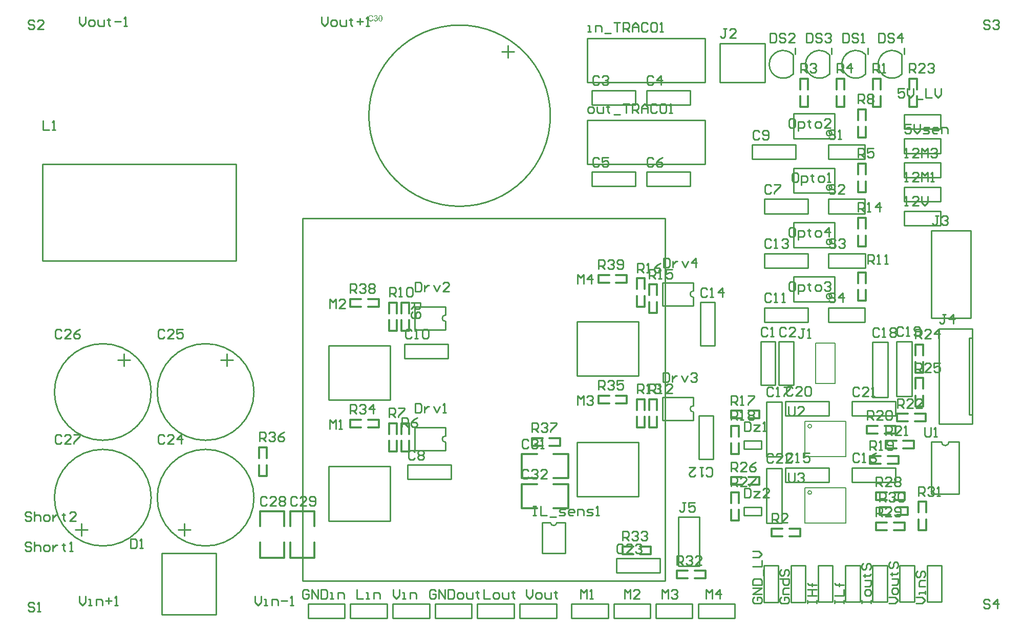
<source format=gto>
G04 Layer_Color=65535*
%FSLAX44Y44*%
%MOMM*%
G71*
G01*
G75*
%ADD89C,0.2540*%
%ADD90C,0.1270*%
%ADD91C,0.2000*%
%ADD92C,0.3048*%
G36*
X779477Y1266227D02*
X779660Y1266199D01*
X779872Y1266157D01*
X780097Y1266100D01*
X780337Y1266030D01*
X780562Y1265917D01*
X780576D01*
X780591Y1265903D01*
X780661Y1265861D01*
X780774Y1265790D01*
X780915Y1265692D01*
X781070Y1265551D01*
X781239Y1265396D01*
X781394Y1265212D01*
X781549Y1265001D01*
X781563Y1264973D01*
X781620Y1264902D01*
X781676Y1264775D01*
X781775Y1264592D01*
X781859Y1264381D01*
X781972Y1264141D01*
X782071Y1263859D01*
X782155Y1263549D01*
Y1263535D01*
X782169Y1263507D01*
X782184Y1263464D01*
X782198Y1263394D01*
X782212Y1263309D01*
X782226Y1263211D01*
X782254Y1263084D01*
X782268Y1262943D01*
X782296Y1262788D01*
X782310Y1262618D01*
X782325Y1262421D01*
X782353Y1262224D01*
X782367Y1261998D01*
Y1261773D01*
X782381Y1261519D01*
Y1261251D01*
Y1261237D01*
Y1261181D01*
Y1261082D01*
Y1260969D01*
X782367Y1260814D01*
Y1260645D01*
X782353Y1260462D01*
X782339Y1260264D01*
X782296Y1259813D01*
X782226Y1259348D01*
X782141Y1258897D01*
X782085Y1258685D01*
X782014Y1258474D01*
Y1258460D01*
X782000Y1258432D01*
X781972Y1258375D01*
X781944Y1258305D01*
X781916Y1258206D01*
X781859Y1258108D01*
X781747Y1257868D01*
X781606Y1257614D01*
X781422Y1257332D01*
X781211Y1257078D01*
X780957Y1256839D01*
X780943D01*
X780929Y1256811D01*
X780887Y1256782D01*
X780830Y1256754D01*
X780760Y1256712D01*
X780689Y1256656D01*
X780478Y1256557D01*
X780224Y1256458D01*
X779928Y1256359D01*
X779576Y1256303D01*
X779195Y1256275D01*
X779054D01*
X778955Y1256289D01*
X778843Y1256303D01*
X778702Y1256331D01*
X778547Y1256359D01*
X778377Y1256402D01*
X778208Y1256458D01*
X778025Y1256515D01*
X777842Y1256599D01*
X777658Y1256698D01*
X777475Y1256811D01*
X777292Y1256952D01*
X777123Y1257107D01*
X776968Y1257276D01*
X776954Y1257290D01*
X776925Y1257332D01*
X776883Y1257403D01*
X776813Y1257515D01*
X776742Y1257642D01*
X776672Y1257811D01*
X776573Y1258009D01*
X776488Y1258234D01*
X776404Y1258488D01*
X776319Y1258784D01*
X776235Y1259108D01*
X776164Y1259475D01*
X776094Y1259870D01*
X776051Y1260293D01*
X776023Y1260758D01*
X776009Y1261251D01*
Y1261265D01*
Y1261322D01*
Y1261420D01*
Y1261533D01*
X776023Y1261688D01*
Y1261857D01*
X776037Y1262040D01*
X776051Y1262252D01*
X776094Y1262689D01*
X776164Y1263154D01*
X776249Y1263619D01*
X776305Y1263831D01*
X776361Y1264042D01*
Y1264056D01*
X776376Y1264085D01*
X776404Y1264141D01*
X776432Y1264212D01*
X776460Y1264310D01*
X776517Y1264409D01*
X776629Y1264649D01*
X776770Y1264902D01*
X776954Y1265170D01*
X777165Y1265438D01*
X777419Y1265664D01*
X777433D01*
X777447Y1265692D01*
X777489Y1265720D01*
X777546Y1265748D01*
X777616Y1265804D01*
X777701Y1265847D01*
X777912Y1265959D01*
X778166Y1266058D01*
X778462Y1266157D01*
X778814Y1266213D01*
X779195Y1266241D01*
X779322D01*
X779477Y1266227D01*
D02*
G37*
G36*
X771780D02*
X771963Y1266199D01*
X772189Y1266157D01*
X772443Y1266086D01*
X772696Y1266002D01*
X772950Y1265889D01*
X772964D01*
X772978Y1265875D01*
X773063Y1265833D01*
X773190Y1265748D01*
X773331Y1265649D01*
X773500Y1265508D01*
X773669Y1265353D01*
X773838Y1265170D01*
X773979Y1264959D01*
X773993Y1264930D01*
X774035Y1264860D01*
X774092Y1264733D01*
X774162Y1264578D01*
X774233Y1264395D01*
X774289Y1264183D01*
X774332Y1263944D01*
X774346Y1263704D01*
Y1263676D01*
Y1263591D01*
X774332Y1263478D01*
X774303Y1263323D01*
X774261Y1263140D01*
X774191Y1262943D01*
X774106Y1262745D01*
X773993Y1262548D01*
X773979Y1262520D01*
X773937Y1262463D01*
X773852Y1262365D01*
X773739Y1262252D01*
X773598Y1262125D01*
X773429Y1261984D01*
X773232Y1261857D01*
X772992Y1261730D01*
X773007D01*
X773035Y1261716D01*
X773077Y1261702D01*
X773133Y1261688D01*
X773288Y1261632D01*
X773486Y1261547D01*
X773711Y1261434D01*
X773937Y1261293D01*
X774148Y1261110D01*
X774346Y1260899D01*
X774360Y1260871D01*
X774416Y1260786D01*
X774501Y1260645D01*
X774585Y1260462D01*
X774670Y1260236D01*
X774754Y1259968D01*
X774811Y1259658D01*
X774825Y1259320D01*
Y1259306D01*
Y1259263D01*
Y1259193D01*
X774811Y1259108D01*
X774797Y1258996D01*
X774769Y1258869D01*
X774740Y1258728D01*
X774712Y1258573D01*
X774599Y1258234D01*
X774515Y1258051D01*
X774430Y1257882D01*
X774317Y1257699D01*
X774191Y1257515D01*
X774050Y1257332D01*
X773880Y1257163D01*
X773866Y1257149D01*
X773838Y1257121D01*
X773782Y1257078D01*
X773711Y1257022D01*
X773627Y1256952D01*
X773514Y1256881D01*
X773387Y1256796D01*
X773232Y1256726D01*
X773077Y1256641D01*
X772894Y1256557D01*
X772710Y1256486D01*
X772499Y1256416D01*
X772273Y1256359D01*
X772034Y1256317D01*
X771794Y1256289D01*
X771526Y1256275D01*
X771399D01*
X771315Y1256289D01*
X771202Y1256303D01*
X771075Y1256317D01*
X770934Y1256345D01*
X770779Y1256374D01*
X770441Y1256458D01*
X770088Y1256599D01*
X769905Y1256684D01*
X769736Y1256782D01*
X769567Y1256909D01*
X769398Y1257036D01*
X769383Y1257050D01*
X769355Y1257078D01*
X769313Y1257121D01*
X769271Y1257177D01*
X769200Y1257247D01*
X769130Y1257346D01*
X769045Y1257445D01*
X768961Y1257572D01*
X768876Y1257713D01*
X768792Y1257854D01*
X768636Y1258192D01*
X768510Y1258587D01*
X768467Y1258798D01*
X768439Y1259024D01*
X769637Y1259179D01*
Y1259165D01*
X769651Y1259137D01*
X769666Y1259080D01*
X769680Y1259010D01*
X769694Y1258925D01*
X769722Y1258826D01*
X769792Y1258615D01*
X769891Y1258361D01*
X770018Y1258122D01*
X770159Y1257896D01*
X770328Y1257699D01*
X770356Y1257685D01*
X770413Y1257628D01*
X770525Y1257558D01*
X770666Y1257487D01*
X770835Y1257403D01*
X771047Y1257332D01*
X771287Y1257276D01*
X771540Y1257262D01*
X771625D01*
X771681Y1257276D01*
X771836Y1257290D01*
X772034Y1257332D01*
X772259Y1257403D01*
X772499Y1257501D01*
X772739Y1257642D01*
X772964Y1257840D01*
X772992Y1257868D01*
X773063Y1257952D01*
X773147Y1258079D01*
X773260Y1258248D01*
X773373Y1258460D01*
X773458Y1258699D01*
X773528Y1258981D01*
X773556Y1259292D01*
Y1259306D01*
Y1259334D01*
Y1259376D01*
X773542Y1259433D01*
X773528Y1259588D01*
X773486Y1259771D01*
X773429Y1259996D01*
X773331Y1260222D01*
X773190Y1260448D01*
X773007Y1260659D01*
X772978Y1260687D01*
X772908Y1260744D01*
X772795Y1260828D01*
X772640Y1260927D01*
X772443Y1261025D01*
X772203Y1261110D01*
X771935Y1261167D01*
X771639Y1261195D01*
X771512D01*
X771413Y1261181D01*
X771287Y1261167D01*
X771146Y1261138D01*
X770976Y1261110D01*
X770793Y1261068D01*
X770934Y1262125D01*
X771005D01*
X771061Y1262111D01*
X771244D01*
X771399Y1262139D01*
X771583Y1262167D01*
X771794Y1262210D01*
X772034Y1262280D01*
X772259Y1262379D01*
X772499Y1262506D01*
X772513D01*
X772527Y1262520D01*
X772598Y1262576D01*
X772696Y1262675D01*
X772809Y1262802D01*
X772922Y1262985D01*
X773021Y1263196D01*
X773091Y1263436D01*
X773119Y1263577D01*
Y1263732D01*
Y1263746D01*
Y1263760D01*
Y1263845D01*
X773091Y1263958D01*
X773063Y1264113D01*
X773007Y1264282D01*
X772936Y1264465D01*
X772823Y1264649D01*
X772668Y1264818D01*
X772654Y1264832D01*
X772583Y1264888D01*
X772485Y1264959D01*
X772358Y1265043D01*
X772189Y1265114D01*
X771992Y1265184D01*
X771766Y1265240D01*
X771512Y1265255D01*
X771399D01*
X771273Y1265227D01*
X771103Y1265198D01*
X770920Y1265142D01*
X770737Y1265071D01*
X770539Y1264959D01*
X770356Y1264818D01*
X770342Y1264803D01*
X770286Y1264733D01*
X770201Y1264634D01*
X770102Y1264493D01*
X770004Y1264310D01*
X769905Y1264085D01*
X769820Y1263817D01*
X769764Y1263507D01*
X768566Y1263718D01*
Y1263732D01*
X768580Y1263774D01*
X768594Y1263831D01*
X768608Y1263915D01*
X768636Y1264014D01*
X768679Y1264127D01*
X768763Y1264395D01*
X768904Y1264705D01*
X769073Y1265015D01*
X769285Y1265311D01*
X769553Y1265579D01*
X769567Y1265593D01*
X769595Y1265607D01*
X769637Y1265635D01*
X769694Y1265678D01*
X769764Y1265734D01*
X769863Y1265790D01*
X769961Y1265847D01*
X770088Y1265917D01*
X770370Y1266030D01*
X770695Y1266143D01*
X771075Y1266213D01*
X771273Y1266241D01*
X771625D01*
X771780Y1266227D01*
D02*
G37*
G36*
X763533Y1266354D02*
X763660Y1266340D01*
X763815Y1266326D01*
X763970Y1266312D01*
X764154Y1266270D01*
X764534Y1266185D01*
X764957Y1266058D01*
X765169Y1265974D01*
X765366Y1265875D01*
X765563Y1265748D01*
X765761Y1265621D01*
X765775Y1265607D01*
X765803Y1265593D01*
X765859Y1265551D01*
X765930Y1265480D01*
X766000Y1265410D01*
X766099Y1265311D01*
X766198Y1265198D01*
X766310Y1265086D01*
X766423Y1264945D01*
X766536Y1264775D01*
X766663Y1264606D01*
X766776Y1264423D01*
X766874Y1264212D01*
X766987Y1264000D01*
X767072Y1263774D01*
X767156Y1263521D01*
X765888Y1263225D01*
Y1263239D01*
X765873Y1263267D01*
X765845Y1263323D01*
X765817Y1263394D01*
X765789Y1263478D01*
X765747Y1263591D01*
X765634Y1263817D01*
X765493Y1264071D01*
X765324Y1264324D01*
X765112Y1264564D01*
X764887Y1264775D01*
X764858Y1264803D01*
X764774Y1264860D01*
X764633Y1264930D01*
X764450Y1265029D01*
X764210Y1265114D01*
X763942Y1265198D01*
X763618Y1265255D01*
X763265Y1265269D01*
X763153D01*
X763082Y1265255D01*
X762983D01*
X762871Y1265240D01*
X762603Y1265198D01*
X762307Y1265142D01*
X761997Y1265043D01*
X761673Y1264902D01*
X761376Y1264719D01*
X761362D01*
X761348Y1264691D01*
X761250Y1264620D01*
X761123Y1264508D01*
X760968Y1264338D01*
X760784Y1264127D01*
X760615Y1263887D01*
X760460Y1263591D01*
X760319Y1263267D01*
Y1263253D01*
X760305Y1263225D01*
X760291Y1263182D01*
X760277Y1263112D01*
X760249Y1263027D01*
X760220Y1262929D01*
X760178Y1262689D01*
X760122Y1262407D01*
X760065Y1262097D01*
X760037Y1261759D01*
X760023Y1261392D01*
Y1261378D01*
Y1261336D01*
Y1261265D01*
Y1261181D01*
X760037Y1261082D01*
Y1260955D01*
X760051Y1260814D01*
X760065Y1260659D01*
X760108Y1260321D01*
X760178Y1259954D01*
X760263Y1259588D01*
X760376Y1259221D01*
Y1259207D01*
X760390Y1259179D01*
X760418Y1259137D01*
X760446Y1259066D01*
X760531Y1258897D01*
X760658Y1258699D01*
X760813Y1258474D01*
X761010Y1258234D01*
X761236Y1258023D01*
X761503Y1257825D01*
X761517D01*
X761546Y1257811D01*
X761588Y1257783D01*
X761644Y1257755D01*
X761715Y1257727D01*
X761799Y1257685D01*
X761997Y1257600D01*
X762250Y1257515D01*
X762532Y1257445D01*
X762842Y1257389D01*
X763167Y1257374D01*
X763265D01*
X763350Y1257389D01*
X763449D01*
X763547Y1257403D01*
X763801Y1257459D01*
X764097Y1257530D01*
X764393Y1257642D01*
X764703Y1257797D01*
X764858Y1257882D01*
X764999Y1257995D01*
X765014Y1258009D01*
X765028Y1258023D01*
X765070Y1258065D01*
X765126Y1258108D01*
X765183Y1258178D01*
X765253Y1258262D01*
X765338Y1258347D01*
X765408Y1258460D01*
X765493Y1258587D01*
X765591Y1258728D01*
X765676Y1258869D01*
X765761Y1259038D01*
X765831Y1259221D01*
X765902Y1259418D01*
X765972Y1259630D01*
X766028Y1259855D01*
X767325Y1259531D01*
Y1259517D01*
X767311Y1259461D01*
X767283Y1259376D01*
X767241Y1259263D01*
X767198Y1259137D01*
X767142Y1258981D01*
X767072Y1258812D01*
X766987Y1258629D01*
X766790Y1258234D01*
X766536Y1257840D01*
X766381Y1257642D01*
X766226Y1257445D01*
X766057Y1257276D01*
X765859Y1257107D01*
X765845Y1257093D01*
X765817Y1257064D01*
X765747Y1257036D01*
X765676Y1256980D01*
X765563Y1256909D01*
X765451Y1256839D01*
X765295Y1256768D01*
X765140Y1256698D01*
X764957Y1256613D01*
X764760Y1256543D01*
X764548Y1256472D01*
X764323Y1256402D01*
X764083Y1256345D01*
X763829Y1256317D01*
X763561Y1256289D01*
X763279Y1256275D01*
X763124D01*
X763012Y1256289D01*
X762885D01*
X762730Y1256303D01*
X762561Y1256331D01*
X762363Y1256359D01*
X761954Y1256430D01*
X761532Y1256543D01*
X761109Y1256698D01*
X760911Y1256796D01*
X760714Y1256909D01*
X760700Y1256923D01*
X760672Y1256937D01*
X760615Y1256980D01*
X760559Y1257036D01*
X760474Y1257093D01*
X760376Y1257177D01*
X760263Y1257276D01*
X760150Y1257389D01*
X760037Y1257515D01*
X759910Y1257642D01*
X759657Y1257967D01*
X759417Y1258347D01*
X759205Y1258770D01*
Y1258784D01*
X759177Y1258826D01*
X759163Y1258897D01*
X759121Y1258981D01*
X759093Y1259094D01*
X759050Y1259235D01*
X758994Y1259390D01*
X758952Y1259559D01*
X758910Y1259743D01*
X758853Y1259954D01*
X758783Y1260391D01*
X758726Y1260885D01*
X758698Y1261392D01*
Y1261406D01*
Y1261463D01*
Y1261547D01*
X758712Y1261646D01*
Y1261787D01*
X758726Y1261928D01*
X758740Y1262111D01*
X758768Y1262294D01*
X758839Y1262703D01*
X758938Y1263154D01*
X759079Y1263605D01*
X759276Y1264042D01*
X759290Y1264056D01*
X759304Y1264099D01*
X759332Y1264155D01*
X759389Y1264226D01*
X759445Y1264324D01*
X759516Y1264437D01*
X759699Y1264691D01*
X759939Y1264973D01*
X760220Y1265255D01*
X760545Y1265537D01*
X760925Y1265776D01*
X760939Y1265790D01*
X760982Y1265804D01*
X761038Y1265833D01*
X761109Y1265875D01*
X761221Y1265917D01*
X761334Y1265959D01*
X761475Y1266016D01*
X761630Y1266072D01*
X761799Y1266129D01*
X761983Y1266185D01*
X762377Y1266270D01*
X762828Y1266340D01*
X763294Y1266368D01*
X763435D01*
X763533Y1266354D01*
D02*
G37*
%LPC*%
G36*
X779181Y1265255D02*
X779096D01*
X779040Y1265240D01*
X778885Y1265212D01*
X778702Y1265170D01*
X778490Y1265086D01*
X778265Y1264959D01*
X778152Y1264874D01*
X778039Y1264789D01*
X777940Y1264677D01*
X777842Y1264550D01*
Y1264536D01*
X777813Y1264508D01*
X777785Y1264451D01*
X777743Y1264381D01*
X777701Y1264268D01*
X777644Y1264141D01*
X777602Y1263986D01*
X777546Y1263803D01*
X777489Y1263591D01*
X777433Y1263352D01*
X777376Y1263084D01*
X777334Y1262788D01*
X777292Y1262449D01*
X777264Y1262083D01*
X777250Y1261688D01*
X777236Y1261251D01*
Y1261223D01*
Y1261152D01*
Y1261025D01*
X777250Y1260856D01*
Y1260673D01*
X777264Y1260448D01*
X777278Y1260208D01*
X777306Y1259954D01*
X777376Y1259404D01*
X777419Y1259137D01*
X777475Y1258883D01*
X777532Y1258643D01*
X777616Y1258418D01*
X777701Y1258220D01*
X777799Y1258051D01*
Y1258037D01*
X777828Y1258023D01*
X777898Y1257924D01*
X778025Y1257797D01*
X778180Y1257656D01*
X778391Y1257515D01*
X778631Y1257389D01*
X778899Y1257290D01*
X779040Y1257276D01*
X779195Y1257262D01*
X779280D01*
X779336Y1257276D01*
X779477Y1257304D01*
X779674Y1257360D01*
X779886Y1257459D01*
X780125Y1257600D01*
X780238Y1257685D01*
X780351Y1257797D01*
X780464Y1257910D01*
X780576Y1258051D01*
Y1258065D01*
X780605Y1258093D01*
X780633Y1258136D01*
X780661Y1258206D01*
X780717Y1258305D01*
X780760Y1258432D01*
X780816Y1258573D01*
X780873Y1258742D01*
X780915Y1258953D01*
X780971Y1259179D01*
X781028Y1259447D01*
X781070Y1259729D01*
X781098Y1260067D01*
X781126Y1260419D01*
X781154Y1260814D01*
Y1261251D01*
Y1261265D01*
Y1261279D01*
Y1261350D01*
Y1261477D01*
X781140Y1261646D01*
Y1261829D01*
X781126Y1262055D01*
X781112Y1262294D01*
X781084Y1262562D01*
X781014Y1263098D01*
X780971Y1263366D01*
X780915Y1263619D01*
X780859Y1263859D01*
X780774Y1264085D01*
X780689Y1264282D01*
X780591Y1264451D01*
Y1264465D01*
X780562Y1264479D01*
X780534Y1264522D01*
X780492Y1264578D01*
X780365Y1264705D01*
X780210Y1264860D01*
X779999Y1265001D01*
X779759Y1265128D01*
X779632Y1265184D01*
X779491Y1265227D01*
X779336Y1265240D01*
X779181Y1265255D01*
D02*
G37*
%LPD*%
D89*
X570000Y467500D02*
G03*
X570000Y467500I-80000J0D01*
G01*
Y642500D02*
G03*
X570000Y642500I-80000J0D01*
G01*
X400000Y467500D02*
G03*
X400000Y467500I-80000J0D01*
G01*
Y642500D02*
G03*
X400000Y642500I-80000J0D01*
G01*
X1060000Y1100000D02*
G03*
X1060000Y1100000I-150000J0D01*
G01*
X1060320Y426350D02*
G03*
X1070480Y426350I5080J0D01*
G01*
X1296350Y809680D02*
G03*
X1296350Y799520I0J-5080D01*
G01*
Y619680D02*
G03*
X1296350Y609520I0J-5080D01*
G01*
X886350Y769680D02*
G03*
X886350Y759520I0J-5080D01*
G01*
Y569680D02*
G03*
X886350Y559520I0J-5080D01*
G01*
X1706650Y560080D02*
G03*
X1719350Y560080I6350J0D01*
G01*
X1641263Y1201264D02*
G03*
X1641263Y1168736I-16264J-16264D01*
G01*
X1521263Y1201264D02*
G03*
X1521263Y1168736I-16264J-16264D01*
G01*
X1461263Y1201264D02*
G03*
X1461263Y1168736I-16264J-16264D01*
G01*
X1581263Y1201264D02*
G03*
X1581263Y1168736I-16264J-16264D01*
G01*
X1525472Y891000D02*
G03*
X1525472Y891000I-4472J0D01*
G01*
Y801000D02*
G03*
X1525472Y801000I-4472J0D01*
G01*
Y981000D02*
G03*
X1525472Y981000I-4472J0D01*
G01*
Y1071000D02*
G03*
X1525472Y1071000I-4472J0D01*
G01*
X1316000Y1020000D02*
Y1093000D01*
X1121000Y1020000D02*
Y1093000D01*
X1316000D01*
X1121000Y1020000D02*
X1316000D01*
X1121000Y1155000D02*
X1316000D01*
X1121000Y1228000D02*
X1316000D01*
X1121000Y1155000D02*
Y1228000D01*
X1316000Y1155000D02*
Y1228000D01*
X1442700Y465475D02*
Y475925D01*
X1417300Y425150D02*
X1442700D01*
X1417300D02*
Y516250D01*
X1442700D01*
Y495000D02*
Y516250D01*
Y425150D02*
Y465475D01*
Y475925D02*
Y495000D01*
X1657700Y675475D02*
Y685925D01*
X1632300Y635150D02*
X1657700D01*
X1632300D02*
Y726250D01*
X1657700D01*
Y705000D02*
Y726250D01*
Y635150D02*
Y675475D01*
Y685925D02*
Y705000D01*
X1592300Y674075D02*
Y684525D01*
Y724850D02*
X1617700D01*
Y633750D02*
Y724850D01*
X1592300Y633750D02*
X1617700D01*
X1592300D02*
Y655000D01*
Y684525D02*
Y724850D01*
Y655000D02*
Y674075D01*
X1442700Y575475D02*
Y585925D01*
X1417300Y535150D02*
X1442700D01*
X1417300D02*
Y626250D01*
X1442700D01*
Y605000D02*
Y626250D01*
Y535150D02*
Y575475D01*
Y585925D02*
Y605000D01*
X1755000Y765000D02*
Y910000D01*
X1690000Y765000D02*
Y910000D01*
X1755000D01*
X1690000Y765000D02*
X1755000D01*
X1340000Y1155000D02*
Y1220000D01*
X1415000Y1155000D02*
Y1220000D01*
X1340000D02*
X1415000D01*
X1340000Y1155000D02*
X1415000D01*
X444840Y414280D02*
X465160D01*
X455000Y404120D02*
Y424440D01*
X514840Y695720D02*
X535160D01*
X525000Y685560D02*
Y705880D01*
X274840Y414280D02*
X295160D01*
X285000Y404120D02*
Y424440D01*
X344840Y695720D02*
X365160D01*
X355000Y685560D02*
Y705880D01*
X990000Y1195840D02*
Y1216160D01*
X979840Y1206000D02*
X1000160D01*
X220000Y1020000D02*
X540000D01*
X220000Y860000D02*
X540000D01*
Y1020000D01*
X220000Y860000D02*
Y1020000D01*
X1380000Y438000D02*
Y452000D01*
X1409000D01*
Y438000D02*
Y452000D01*
X1380000Y438000D02*
X1409000D01*
X1380000Y548000D02*
Y562000D01*
X1409000D01*
Y548000D02*
Y562000D01*
X1380000Y548000D02*
X1409000D01*
X795400Y629190D02*
Y719360D01*
X693800Y629190D02*
X795400D01*
X693800D02*
Y719360D01*
X795400D01*
X1205400Y469190D02*
Y559360D01*
X1103800Y469190D02*
X1205400D01*
X1103800D02*
Y559360D01*
X1205400D01*
Y669190D02*
Y759360D01*
X1103800Y669190D02*
X1205400D01*
X1103800D02*
Y759360D01*
X1205400D01*
X795400Y429190D02*
Y519360D01*
X693800Y429190D02*
X795400D01*
X693800D02*
Y519360D01*
X795400D01*
X1301430Y435240D02*
X1306510D01*
X1272220Y353960D02*
Y435240D01*
Y353960D02*
X1306510D01*
X1272220Y435240D02*
X1301430D01*
X1306510Y353960D02*
Y435240D01*
X417440Y375400D02*
X507610D01*
Y273800D02*
Y375400D01*
X417440Y273800D02*
X507610D01*
X417440D02*
Y375400D01*
X1559000Y627000D02*
X1631000D01*
X1559000Y603000D02*
Y627000D01*
Y603000D02*
X1631000D01*
Y627000D01*
X1305500Y531500D02*
Y603500D01*
Y531500D02*
X1329500D01*
Y603500D01*
X1305500D02*
X1329500D01*
X1308000Y719000D02*
Y791000D01*
Y719000D02*
X1332000D01*
Y791000D01*
X1308000D02*
X1332000D01*
X1414000Y848000D02*
X1486000D01*
Y872000D01*
X1414000D02*
X1486000D01*
X1414000Y848000D02*
Y872000D01*
Y758000D02*
X1486000D01*
Y782000D01*
X1414000D02*
X1486000D01*
X1414000Y758000D02*
Y782000D01*
X819000Y722000D02*
X891000D01*
X819000Y698000D02*
Y722000D01*
Y698000D02*
X891000D01*
Y722000D01*
X1394000Y1028000D02*
X1466000D01*
Y1052000D01*
X1394000D02*
X1466000D01*
X1394000Y1028000D02*
Y1052000D01*
X824000Y522000D02*
X896000D01*
X824000Y498000D02*
Y522000D01*
Y498000D02*
X896000D01*
Y522000D01*
X1414000Y938000D02*
X1486000D01*
Y962000D01*
X1414000D02*
X1486000D01*
X1414000Y938000D02*
Y962000D01*
X1408000Y654000D02*
Y726000D01*
Y654000D02*
X1432000D01*
Y726000D01*
X1408000D02*
X1432000D01*
X1438000Y654000D02*
Y726000D01*
Y654000D02*
X1462000D01*
Y726000D01*
X1438000D02*
X1462000D01*
X1129000Y1142000D02*
X1201000D01*
X1129000Y1118000D02*
Y1142000D01*
Y1118000D02*
X1201000D01*
Y1142000D01*
X1219000D02*
X1291000D01*
X1219000Y1118000D02*
Y1142000D01*
Y1118000D02*
X1291000D01*
Y1142000D01*
X1129000Y1007000D02*
X1201000D01*
X1129000Y983000D02*
Y1007000D01*
Y983000D02*
X1201000D01*
Y1007000D01*
X1219000D02*
X1291000D01*
X1219000Y983000D02*
Y1007000D01*
Y983000D02*
X1291000D01*
Y1007000D01*
X1449000Y517000D02*
X1521000D01*
X1449000Y493000D02*
Y517000D01*
Y493000D02*
X1521000D01*
Y517000D01*
X1559000D02*
X1631000D01*
X1559000Y493000D02*
Y517000D01*
Y493000D02*
X1631000D01*
Y517000D01*
X1449000Y627000D02*
X1521000D01*
X1449000Y603000D02*
Y627000D01*
Y603000D02*
X1521000D01*
Y627000D01*
X1169000Y367000D02*
X1241000D01*
X1169000Y343000D02*
Y367000D01*
Y343000D02*
X1241000D01*
Y367000D01*
X1752500Y732000D02*
X1757500D01*
X1752500Y605000D02*
Y732000D01*
Y605000D02*
X1757500D01*
Y590000D02*
Y747000D01*
X1702500Y590000D02*
Y747000D01*
X1757500D01*
X1702500Y590000D02*
X1757500D01*
X1503000Y295000D02*
Y355510D01*
X1527000D01*
X1503000Y295000D02*
X1527000D01*
Y355510D01*
X1548000Y295000D02*
Y355510D01*
X1572000D01*
X1548000Y295000D02*
X1572000D01*
Y355510D01*
X1593000Y295000D02*
Y355510D01*
X1617000D01*
X1593000Y295000D02*
X1617000D01*
Y355510D01*
X1638000Y295000D02*
Y355510D01*
X1662000D01*
X1638000Y295000D02*
X1662000D01*
Y355510D01*
X1683000Y295000D02*
Y355510D01*
X1707000D01*
X1683000Y295000D02*
X1707000D01*
Y355510D01*
X1645000Y1102000D02*
X1705510D01*
Y1078000D02*
Y1102000D01*
X1645000Y1078000D02*
Y1102000D01*
Y1078000D02*
X1705510D01*
X1645000Y1062000D02*
X1705510D01*
Y1038000D02*
Y1062000D01*
X1645000Y1038000D02*
Y1062000D01*
Y1038000D02*
X1705510D01*
X1645000Y1022000D02*
X1705510D01*
Y998000D02*
Y1022000D01*
X1645000Y998000D02*
Y1022000D01*
Y998000D02*
X1705510D01*
X1645000Y982000D02*
X1705510D01*
Y958000D02*
Y982000D01*
X1645000Y958000D02*
Y982000D01*
Y958000D02*
X1705510D01*
X1645000Y942000D02*
X1705510D01*
Y918000D02*
Y942000D01*
X1645000Y918000D02*
Y942000D01*
Y918000D02*
X1705510D01*
X1437000Y294490D02*
Y355000D01*
X1413000Y294490D02*
X1437000D01*
X1413000Y355000D02*
X1437000D01*
X1413000Y294490D02*
Y355000D01*
X1482000Y294490D02*
Y355000D01*
X1458000Y294490D02*
X1482000D01*
X1458000Y355000D02*
X1482000D01*
X1458000Y294490D02*
Y355000D01*
X1304490Y268000D02*
X1365000D01*
X1304490D02*
Y292000D01*
X1365000Y268000D02*
Y292000D01*
X1304490D02*
X1365000D01*
X1234490Y268000D02*
X1295000D01*
X1234490D02*
Y292000D01*
X1295000Y268000D02*
Y292000D01*
X1234490D02*
X1295000D01*
X1165000D02*
X1225510D01*
Y268000D02*
Y292000D01*
X1165000Y268000D02*
Y292000D01*
Y268000D02*
X1225510D01*
X1095000Y292000D02*
X1155510D01*
Y268000D02*
Y292000D01*
X1095000Y268000D02*
Y292000D01*
Y268000D02*
X1155510D01*
X1519490Y758000D02*
X1580000D01*
X1519490D02*
Y782000D01*
X1580000Y758000D02*
Y782000D01*
X1519490D02*
X1580000D01*
X1520000Y872000D02*
X1580510D01*
Y848000D02*
Y872000D01*
X1520000Y848000D02*
Y872000D01*
Y848000D02*
X1580510D01*
X1519490Y938000D02*
X1580000D01*
X1519490D02*
Y962000D01*
X1580000Y938000D02*
Y962000D01*
X1519490D02*
X1580000D01*
X1519490Y1028000D02*
X1580000D01*
X1519490D02*
Y1052000D01*
X1580000Y1028000D02*
Y1052000D01*
X1519490D02*
X1580000D01*
X1009490Y268000D02*
X1070000D01*
X1009490D02*
Y292000D01*
X1070000Y268000D02*
Y292000D01*
X1009490D02*
X1070000D01*
X799490Y268000D02*
X860000D01*
X799490D02*
Y292000D01*
X860000Y268000D02*
Y292000D01*
X799490D02*
X860000D01*
X939490Y268000D02*
X1000000D01*
X939490D02*
Y292000D01*
X1000000Y268000D02*
Y292000D01*
X939490D02*
X1000000D01*
X729490Y268000D02*
X790000D01*
X729490D02*
Y292000D01*
X790000Y268000D02*
Y292000D01*
X729490D02*
X790000D01*
X869490Y268000D02*
X930000D01*
X869490D02*
Y292000D01*
X930000Y268000D02*
Y292000D01*
X869490D02*
X930000D01*
X659490Y268000D02*
X720000D01*
X659490D02*
Y292000D01*
X720000Y268000D02*
Y292000D01*
X659490D02*
X720000D01*
X1046350Y426350D02*
X1060320D01*
X1046350Y375550D02*
Y426350D01*
X1084450Y375550D02*
Y426350D01*
X1070480D02*
X1084450D01*
X1046350Y375550D02*
X1084450D01*
X1296350Y809680D02*
Y823650D01*
X1245550D02*
X1296350D01*
X1245550Y785550D02*
X1296350D01*
Y799520D01*
X1245550Y785550D02*
Y823650D01*
X1296350Y619680D02*
Y633650D01*
X1245550D02*
X1296350D01*
X1245550Y595550D02*
X1296350D01*
Y609520D01*
X1245550Y595550D02*
Y633650D01*
X886350Y769680D02*
Y783650D01*
X835550D02*
X886350D01*
X835550Y745550D02*
X886350D01*
Y759520D01*
X835550Y745550D02*
Y783650D01*
X886350Y569680D02*
Y583650D01*
X835550D02*
X886350D01*
X835550Y545550D02*
X886350D01*
Y559520D01*
X835550Y545550D02*
Y583650D01*
X1709130Y473720D02*
X1736000D01*
X1690080D02*
Y560080D01*
Y473720D02*
X1709130D01*
X1736000D02*
Y560080D01*
X1719350D02*
X1736000D01*
X1690080D02*
X1706650D01*
X1645000Y1202000D02*
Y1212160D01*
X1641263Y1168736D02*
Y1201264D01*
X1525000Y1202000D02*
Y1212160D01*
X1521263Y1168736D02*
Y1201264D01*
X1465000Y1202000D02*
Y1212160D01*
X1461263Y1168736D02*
Y1201264D01*
X1585000Y1202000D02*
Y1212160D01*
X1581263Y1168736D02*
Y1201264D01*
X1530000Y882000D02*
Y923400D01*
X1462600Y882000D02*
Y923400D01*
Y882000D02*
X1530000D01*
X1462600Y923400D02*
X1530000D01*
Y792000D02*
Y833400D01*
X1462600Y792000D02*
Y833400D01*
Y792000D02*
X1530000D01*
X1462600Y833400D02*
X1530000D01*
Y972000D02*
Y1013400D01*
X1462600Y972000D02*
Y1013400D01*
Y972000D02*
X1530000D01*
X1462600Y1013400D02*
X1530000D01*
Y1062000D02*
Y1103400D01*
X1462600Y1062000D02*
Y1103400D01*
Y1062000D02*
X1530000D01*
X1462600Y1103400D02*
X1530000D01*
X650000Y330000D02*
Y930000D01*
Y330000D02*
X1250000D01*
Y930000D01*
X650000D02*
X1250000D01*
X650000D02*
X650000D01*
X1713828Y771238D02*
X1708749D01*
X1711288D01*
Y758542D01*
X1708749Y756003D01*
X1706210D01*
X1703671Y758542D01*
X1726524Y756003D02*
Y771238D01*
X1718906Y763621D01*
X1729063D01*
X201742Y441271D02*
X199202Y443810D01*
X194124D01*
X191585Y441271D01*
Y438732D01*
X194124Y436193D01*
X199202D01*
X201742Y433653D01*
Y431114D01*
X199202Y428575D01*
X194124D01*
X191585Y431114D01*
X206820Y443810D02*
Y428575D01*
Y436193D01*
X209359Y438732D01*
X214438D01*
X216977Y436193D01*
Y428575D01*
X224594D02*
X229673D01*
X232212Y431114D01*
Y436193D01*
X229673Y438732D01*
X224594D01*
X222055Y436193D01*
Y431114D01*
X224594Y428575D01*
X237290Y438732D02*
Y428575D01*
Y433653D01*
X239829Y436193D01*
X242369Y438732D01*
X244908D01*
X255065Y441271D02*
Y438732D01*
X252525D01*
X257604D01*
X255065D01*
Y431114D01*
X257604Y428575D01*
X275378D02*
X265221D01*
X275378Y438732D01*
Y441271D01*
X272839Y443810D01*
X267760D01*
X265221Y441271D01*
X251551Y744150D02*
X249011Y746689D01*
X243933D01*
X241394Y744150D01*
Y733993D01*
X243933Y731454D01*
X249011D01*
X251551Y733993D01*
X266786Y731454D02*
X256629D01*
X266786Y741611D01*
Y744150D01*
X264247Y746689D01*
X259168D01*
X256629Y744150D01*
X282021Y746689D02*
X276943Y744150D01*
X271864Y739072D01*
Y733993D01*
X274403Y731454D01*
X279482D01*
X282021Y733993D01*
Y736532D01*
X279482Y739072D01*
X271864D01*
X1479905Y747249D02*
X1474826D01*
X1477366D01*
Y734553D01*
X1474826Y732014D01*
X1472287D01*
X1469748Y734553D01*
X1484983Y732014D02*
X1490061D01*
X1487522D01*
Y747249D01*
X1484983Y744710D01*
X836816Y623985D02*
Y608750D01*
X844434D01*
X846973Y611289D01*
Y621446D01*
X844434Y623985D01*
X836816D01*
X852051Y618907D02*
Y608750D01*
Y613828D01*
X854590Y616367D01*
X857129Y618907D01*
X859669D01*
X867286D02*
X872365Y608750D01*
X877443Y618907D01*
X882521Y608750D02*
X887600D01*
X885060D01*
Y623985D01*
X882521Y621446D01*
X251335Y569088D02*
X248796Y571627D01*
X243717D01*
X241178Y569088D01*
Y558931D01*
X243717Y556392D01*
X248796D01*
X251335Y558931D01*
X266570Y556392D02*
X256413D01*
X266570Y566549D01*
Y569088D01*
X264031Y571627D01*
X258952D01*
X256413Y569088D01*
X271648Y571627D02*
X281805D01*
Y569088D01*
X271648Y558931D01*
Y556392D01*
X201742Y391271D02*
X199202Y393810D01*
X194124D01*
X191585Y391271D01*
Y388732D01*
X194124Y386193D01*
X199202D01*
X201742Y383653D01*
Y381114D01*
X199202Y378575D01*
X194124D01*
X191585Y381114D01*
X206820Y393810D02*
Y378575D01*
Y386193D01*
X209359Y388732D01*
X214438D01*
X216977Y386193D01*
Y378575D01*
X224594D02*
X229673D01*
X232212Y381114D01*
Y386193D01*
X229673Y388732D01*
X224594D01*
X222055Y386193D01*
Y381114D01*
X224594Y378575D01*
X237290Y388732D02*
Y378575D01*
Y383653D01*
X239829Y386193D01*
X242369Y388732D01*
X244908D01*
X255065Y391271D02*
Y388732D01*
X252525D01*
X257604D01*
X255065D01*
Y381114D01*
X257604Y378575D01*
X265221D02*
X270299D01*
X267760D01*
Y393810D01*
X265221Y391271D01*
X421477Y744150D02*
X418937Y746689D01*
X413859D01*
X411320Y744150D01*
Y733993D01*
X413859Y731454D01*
X418937D01*
X421477Y733993D01*
X436712Y731454D02*
X426555D01*
X436712Y741611D01*
Y744150D01*
X434173Y746689D01*
X429094D01*
X426555Y744150D01*
X451947Y746689D02*
X441790D01*
Y739072D01*
X446869Y741611D01*
X449408D01*
X451947Y739072D01*
Y733993D01*
X449408Y731454D01*
X444329D01*
X441790Y733993D01*
X421515Y569088D02*
X418975Y571627D01*
X413897D01*
X411358Y569088D01*
Y558931D01*
X413897Y556392D01*
X418975D01*
X421515Y558931D01*
X436750Y556392D02*
X426593D01*
X436750Y566549D01*
Y569088D01*
X434211Y571627D01*
X429132D01*
X426593Y569088D01*
X449446Y556392D02*
Y571627D01*
X441828Y564010D01*
X451985D01*
X1462617Y1095235D02*
X1457539D01*
X1455000Y1092696D01*
Y1082539D01*
X1457539Y1080000D01*
X1462617D01*
X1465157Y1082539D01*
Y1092696D01*
X1462617Y1095235D01*
X1470235Y1074922D02*
Y1090157D01*
X1477853D01*
X1480392Y1087617D01*
Y1082539D01*
X1477853Y1080000D01*
X1470235D01*
X1488009Y1092696D02*
Y1090157D01*
X1485470D01*
X1490549D01*
X1488009D01*
Y1082539D01*
X1490549Y1080000D01*
X1500705D02*
X1505784D01*
X1508323Y1082539D01*
Y1087617D01*
X1505784Y1090157D01*
X1500705D01*
X1498166Y1087617D01*
Y1082539D01*
X1500705Y1080000D01*
X1523558D02*
X1513401D01*
X1523558Y1090157D01*
Y1092696D01*
X1521019Y1095235D01*
X1515940D01*
X1513401Y1092696D01*
X694984Y581304D02*
Y596539D01*
X700062Y591461D01*
X705141Y596539D01*
Y581304D01*
X710219D02*
X715297D01*
X712758D01*
Y596539D01*
X710219Y594000D01*
X1351489Y1244215D02*
X1346410D01*
X1348949D01*
Y1231519D01*
X1346410Y1228980D01*
X1343871D01*
X1341332Y1231519D01*
X1366724Y1228980D02*
X1356567D01*
X1366724Y1239137D01*
Y1241676D01*
X1364185Y1244215D01*
X1359106D01*
X1356567Y1241676D01*
X1180353Y388522D02*
X1177813Y391061D01*
X1172735D01*
X1170196Y388522D01*
Y378365D01*
X1172735Y375826D01*
X1177813D01*
X1180353Y378365D01*
X1195588Y375826D02*
X1185431D01*
X1195588Y385983D01*
Y388522D01*
X1193049Y391061D01*
X1187970D01*
X1185431Y388522D01*
X1200666D02*
X1203205Y391061D01*
X1208284D01*
X1210823Y388522D01*
Y385983D01*
X1208284Y383443D01*
X1205744D01*
X1208284D01*
X1210823Y380904D01*
Y378365D01*
X1208284Y375826D01*
X1203205D01*
X1200666Y378365D01*
X1460539Y648646D02*
X1458000Y651185D01*
X1452921D01*
X1450382Y648646D01*
Y638489D01*
X1452921Y635950D01*
X1458000D01*
X1460539Y638489D01*
X1475774Y635950D02*
X1465617D01*
X1475774Y646107D01*
Y648646D01*
X1473235Y651185D01*
X1468156D01*
X1465617Y648646D01*
X1480852D02*
X1483391Y651185D01*
X1488470D01*
X1491009Y648646D01*
Y638489D01*
X1488470Y635950D01*
X1483391D01*
X1480852Y638489D01*
Y648646D01*
X1570375Y538528D02*
X1567836Y541067D01*
X1562757D01*
X1560218Y538528D01*
Y528371D01*
X1562757Y525832D01*
X1567836D01*
X1570375Y528371D01*
X1575453Y525832D02*
X1580531D01*
X1577992D01*
Y541067D01*
X1575453Y538528D01*
X1598306Y541067D02*
X1593227Y538528D01*
X1588149Y533450D01*
Y528371D01*
X1590688Y525832D01*
X1595766D01*
X1598306Y528371D01*
Y530910D01*
X1595766Y533450D01*
X1588149D01*
X1460445Y538622D02*
X1457905Y541161D01*
X1452827D01*
X1450288Y538622D01*
Y528465D01*
X1452827Y525926D01*
X1457905D01*
X1460445Y528465D01*
X1465523Y525926D02*
X1470601D01*
X1468062D01*
Y541161D01*
X1465523Y538622D01*
X1488376Y541161D02*
X1478219D01*
Y533544D01*
X1483297Y536083D01*
X1485836D01*
X1488376Y533544D01*
Y528465D01*
X1485836Y525926D01*
X1480758D01*
X1478219Y528465D01*
X1230377Y1028542D02*
X1227838Y1031081D01*
X1222759D01*
X1220220Y1028542D01*
Y1018385D01*
X1222759Y1015846D01*
X1227838D01*
X1230377Y1018385D01*
X1245612Y1031081D02*
X1240534Y1028542D01*
X1235455Y1023464D01*
Y1018385D01*
X1237994Y1015846D01*
X1243073D01*
X1245612Y1018385D01*
Y1020924D01*
X1243073Y1023464D01*
X1235455D01*
X1140461Y1028542D02*
X1137922Y1031081D01*
X1132843D01*
X1130304Y1028542D01*
Y1018385D01*
X1132843Y1015846D01*
X1137922D01*
X1140461Y1018385D01*
X1155696Y1031081D02*
X1145539D01*
Y1023464D01*
X1150618Y1026003D01*
X1153157D01*
X1155696Y1023464D01*
Y1018385D01*
X1153157Y1015846D01*
X1148078D01*
X1145539Y1018385D01*
X1230339Y1163644D02*
X1227800Y1166183D01*
X1222721D01*
X1220182Y1163644D01*
Y1153487D01*
X1222721Y1150948D01*
X1227800D01*
X1230339Y1153487D01*
X1243035Y1150948D02*
Y1166183D01*
X1235417Y1158566D01*
X1245574D01*
X1140423Y1163644D02*
X1137884Y1166183D01*
X1132805D01*
X1130266Y1163644D01*
Y1153487D01*
X1132805Y1150948D01*
X1137884D01*
X1140423Y1153487D01*
X1145501Y1163644D02*
X1148040Y1166183D01*
X1153119D01*
X1155658Y1163644D01*
Y1161105D01*
X1153119Y1158566D01*
X1150580D01*
X1153119D01*
X1155658Y1156026D01*
Y1153487D01*
X1153119Y1150948D01*
X1148040D01*
X1145501Y1153487D01*
X1449425Y747504D02*
X1446886Y750043D01*
X1441807D01*
X1439268Y747504D01*
Y737347D01*
X1441807Y734808D01*
X1446886D01*
X1449425Y737347D01*
X1464660Y734808D02*
X1454503D01*
X1464660Y744965D01*
Y747504D01*
X1462121Y750043D01*
X1457042D01*
X1454503Y747504D01*
X1419453D02*
X1416913Y750043D01*
X1411835D01*
X1409296Y747504D01*
Y737347D01*
X1411835Y734808D01*
X1416913D01*
X1419453Y737347D01*
X1424531Y734808D02*
X1429609D01*
X1427070D01*
Y750043D01*
X1424531Y747504D01*
X1428745Y647712D02*
X1426206Y650251D01*
X1421127D01*
X1418588Y647712D01*
Y637555D01*
X1421127Y635016D01*
X1426206D01*
X1428745Y637555D01*
X1433823Y635016D02*
X1438901D01*
X1436362D01*
Y650251D01*
X1433823Y647712D01*
X1446519Y650251D02*
X1456676D01*
Y647712D01*
X1446519Y637555D01*
Y635016D01*
X1603671Y746466D02*
X1601131Y749005D01*
X1596053D01*
X1593514Y746466D01*
Y736309D01*
X1596053Y733770D01*
X1601131D01*
X1603671Y736309D01*
X1608749Y733770D02*
X1613827D01*
X1611288D01*
Y749005D01*
X1608749Y746466D01*
X1621445D02*
X1623984Y749005D01*
X1629062D01*
X1631602Y746466D01*
Y743927D01*
X1629062Y741387D01*
X1631602Y738848D01*
Y736309D01*
X1629062Y733770D01*
X1623984D01*
X1621445Y736309D01*
Y738848D01*
X1623984Y741387D01*
X1621445Y743927D01*
Y746466D01*
X1623984Y741387D02*
X1629062D01*
X1643739Y747934D02*
X1641199Y750473D01*
X1636121D01*
X1633582Y747934D01*
Y737777D01*
X1636121Y735238D01*
X1641199D01*
X1643739Y737777D01*
X1648817Y735238D02*
X1653895D01*
X1651356D01*
Y750473D01*
X1648817Y747934D01*
X1661513Y737777D02*
X1664052Y735238D01*
X1669131D01*
X1671670Y737777D01*
Y747934D01*
X1669131Y750473D01*
X1664052D01*
X1661513Y747934D01*
Y745395D01*
X1664052Y742856D01*
X1671670D01*
X1428717Y537778D02*
X1426178Y540317D01*
X1421099D01*
X1418560Y537778D01*
Y527621D01*
X1421099Y525082D01*
X1426178D01*
X1428717Y527621D01*
X1443952Y525082D02*
X1433795D01*
X1443952Y535239D01*
Y537778D01*
X1441413Y540317D01*
X1436334D01*
X1433795Y537778D01*
X1459187Y525082D02*
X1449030D01*
X1459187Y535239D01*
Y537778D01*
X1456648Y540317D01*
X1451569D01*
X1449030Y537778D01*
X365702Y399471D02*
Y384236D01*
X373320D01*
X375859Y386775D01*
Y396932D01*
X373320Y399471D01*
X365702D01*
X380937Y384236D02*
X386016D01*
X383476D01*
Y399471D01*
X380937Y396932D01*
X836708Y824061D02*
Y808826D01*
X844325D01*
X846865Y811365D01*
Y821522D01*
X844325Y824061D01*
X836708D01*
X851943Y818983D02*
Y808826D01*
Y813904D01*
X854482Y816443D01*
X857021Y818983D01*
X859561D01*
X867178D02*
X872256Y808826D01*
X877335Y818983D01*
X892570Y808826D02*
X882413D01*
X892570Y818983D01*
Y821522D01*
X890031Y824061D01*
X884952D01*
X882413Y821522D01*
X1246702Y674011D02*
Y658776D01*
X1254320D01*
X1256859Y661315D01*
Y671472D01*
X1254320Y674011D01*
X1246702D01*
X1261937Y668933D02*
Y658776D01*
Y663854D01*
X1264476Y666394D01*
X1267016Y668933D01*
X1269555D01*
X1277172D02*
X1282251Y658776D01*
X1287329Y668933D01*
X1292407Y671472D02*
X1294946Y674011D01*
X1300025D01*
X1302564Y671472D01*
Y668933D01*
X1300025Y666394D01*
X1297486D01*
X1300025D01*
X1302564Y663854D01*
Y661315D01*
X1300025Y658776D01*
X1294946D01*
X1292407Y661315D01*
X1246862Y864033D02*
Y848798D01*
X1254480D01*
X1257019Y851337D01*
Y861494D01*
X1254480Y864033D01*
X1246862D01*
X1262097Y858955D02*
Y848798D01*
Y853876D01*
X1264636Y856416D01*
X1267175Y858955D01*
X1269715D01*
X1277332D02*
X1282410Y848798D01*
X1287489Y858955D01*
X1300185Y848798D02*
Y864033D01*
X1292567Y856416D01*
X1302724D01*
X1381368Y593261D02*
Y578026D01*
X1388985D01*
X1391525Y580565D01*
Y590722D01*
X1388985Y593261D01*
X1381368D01*
X1396603Y588183D02*
X1406760D01*
X1396603Y578026D01*
X1406760D01*
X1411838D02*
X1416917D01*
X1414377D01*
Y593261D01*
X1411838Y590722D01*
X1381368Y483251D02*
Y468016D01*
X1388985D01*
X1391525Y470555D01*
Y480712D01*
X1388985Y483251D01*
X1381368D01*
X1396603Y478173D02*
X1406760D01*
X1396603Y468016D01*
X1406760D01*
X1421995D02*
X1411838D01*
X1421995Y478173D01*
Y480712D01*
X1419456Y483251D01*
X1414377D01*
X1411838Y480712D01*
X1031326Y453057D02*
X1036404D01*
X1033865D01*
Y437822D01*
X1031326D01*
X1036404D01*
X1044022Y453057D02*
Y437822D01*
X1054179D01*
X1059257Y435283D02*
X1069414D01*
X1074492Y437822D02*
X1082110D01*
X1084649Y440361D01*
X1082110Y442900D01*
X1077031D01*
X1074492Y445440D01*
X1077031Y447979D01*
X1084649D01*
X1097345Y437822D02*
X1092266D01*
X1089727Y440361D01*
Y445440D01*
X1092266Y447979D01*
X1097345D01*
X1099884Y445440D01*
Y442900D01*
X1089727D01*
X1104962Y437822D02*
Y447979D01*
X1112580D01*
X1115119Y445440D01*
Y437822D01*
X1120197D02*
X1127815D01*
X1130354Y440361D01*
X1127815Y442900D01*
X1122736D01*
X1120197Y445440D01*
X1122736Y447979D01*
X1130354D01*
X1135432Y437822D02*
X1140511D01*
X1137971D01*
Y453057D01*
X1135432Y450518D01*
X1122172Y1239520D02*
X1127250D01*
X1124711D01*
Y1249677D01*
X1122172D01*
X1134868Y1239520D02*
Y1249677D01*
X1142485D01*
X1145025Y1247138D01*
Y1239520D01*
X1150103Y1236981D02*
X1160260D01*
X1165338Y1254755D02*
X1175495D01*
X1170416D01*
Y1239520D01*
X1180573D02*
Y1254755D01*
X1188191D01*
X1190730Y1252216D01*
Y1247138D01*
X1188191Y1244598D01*
X1180573D01*
X1185651D02*
X1190730Y1239520D01*
X1195808D02*
Y1249677D01*
X1200887Y1254755D01*
X1205965Y1249677D01*
Y1239520D01*
Y1247138D01*
X1195808D01*
X1221200Y1252216D02*
X1218661Y1254755D01*
X1213582D01*
X1211043Y1252216D01*
Y1242059D01*
X1213582Y1239520D01*
X1218661D01*
X1221200Y1242059D01*
X1233896Y1254755D02*
X1228818D01*
X1226278Y1252216D01*
Y1242059D01*
X1228818Y1239520D01*
X1233896D01*
X1236435Y1242059D01*
Y1252216D01*
X1233896Y1254755D01*
X1241513Y1239520D02*
X1246592D01*
X1244053D01*
Y1254755D01*
X1241513Y1252216D01*
X1701515Y934199D02*
X1696436D01*
X1698976D01*
Y921503D01*
X1696436Y918964D01*
X1693897D01*
X1691358Y921503D01*
X1706593Y931660D02*
X1709132Y934199D01*
X1714211D01*
X1716750Y931660D01*
Y929121D01*
X1714211Y926581D01*
X1711671D01*
X1714211D01*
X1716750Y924042D01*
Y921503D01*
X1714211Y918964D01*
X1709132D01*
X1706593Y921503D01*
X1283713Y459241D02*
X1278634D01*
X1281174D01*
Y446545D01*
X1278634Y444006D01*
X1276095D01*
X1273556Y446545D01*
X1298948Y459241D02*
X1288791D01*
Y451623D01*
X1293869Y454163D01*
X1296409D01*
X1298948Y451623D01*
Y446545D01*
X1296409Y444006D01*
X1291330D01*
X1288791Y446545D01*
X1467617Y1005235D02*
X1462539D01*
X1460000Y1002696D01*
Y992539D01*
X1462539Y990000D01*
X1467617D01*
X1470157Y992539D01*
Y1002696D01*
X1467617Y1005235D01*
X1475235Y984922D02*
Y1000157D01*
X1482853D01*
X1485392Y997617D01*
Y992539D01*
X1482853Y990000D01*
X1475235D01*
X1493009Y1002696D02*
Y1000157D01*
X1490470D01*
X1495549D01*
X1493009D01*
Y992539D01*
X1495549Y990000D01*
X1505705D02*
X1510784D01*
X1513323Y992539D01*
Y997617D01*
X1510784Y1000157D01*
X1505705D01*
X1503166Y997617D01*
Y992539D01*
X1505705Y990000D01*
X1518401D02*
X1523479D01*
X1520940D01*
Y1005235D01*
X1518401Y1002696D01*
X1124711Y1104392D02*
X1129790D01*
X1132329Y1106931D01*
Y1112010D01*
X1129790Y1114549D01*
X1124711D01*
X1122172Y1112010D01*
Y1106931D01*
X1124711Y1104392D01*
X1137407Y1114549D02*
Y1106931D01*
X1139946Y1104392D01*
X1147564D01*
Y1114549D01*
X1155181Y1117088D02*
Y1114549D01*
X1152642D01*
X1157720D01*
X1155181D01*
Y1106931D01*
X1157720Y1104392D01*
X1165338Y1101853D02*
X1175495D01*
X1180573Y1119627D02*
X1190730D01*
X1185651D01*
Y1104392D01*
X1195808D02*
Y1119627D01*
X1203426D01*
X1205965Y1117088D01*
Y1112010D01*
X1203426Y1109470D01*
X1195808D01*
X1200887D02*
X1205965Y1104392D01*
X1211043D02*
Y1114549D01*
X1216122Y1119627D01*
X1221200Y1114549D01*
Y1104392D01*
Y1112010D01*
X1211043D01*
X1236435Y1117088D02*
X1233896Y1119627D01*
X1228818D01*
X1226278Y1117088D01*
Y1106931D01*
X1228818Y1104392D01*
X1233896D01*
X1236435Y1106931D01*
X1249131Y1119627D02*
X1244053D01*
X1241513Y1117088D01*
Y1106931D01*
X1244053Y1104392D01*
X1249131D01*
X1251670Y1106931D01*
Y1117088D01*
X1249131Y1119627D01*
X1256749Y1104392D02*
X1261827D01*
X1259288D01*
Y1119627D01*
X1256749Y1117088D01*
X1568830Y1030588D02*
Y1045823D01*
X1576447D01*
X1578987Y1043284D01*
Y1038206D01*
X1576447Y1035666D01*
X1568830D01*
X1573908D02*
X1578987Y1030588D01*
X1594222Y1045823D02*
X1584065D01*
Y1038206D01*
X1589143Y1040745D01*
X1591683D01*
X1594222Y1038206D01*
Y1033127D01*
X1591683Y1030588D01*
X1586604D01*
X1584065Y1033127D01*
X815000Y585000D02*
Y600235D01*
X822617D01*
X825157Y597696D01*
Y592617D01*
X822617Y590078D01*
X815000D01*
X820078D02*
X825157Y585000D01*
X840392Y600235D02*
X835313Y597696D01*
X830235Y592617D01*
Y587539D01*
X832774Y585000D01*
X837853D01*
X840392Y587539D01*
Y590078D01*
X837853Y592617D01*
X830235D01*
X793862Y600536D02*
Y615771D01*
X801479D01*
X804019Y613232D01*
Y608153D01*
X801479Y605614D01*
X793862D01*
X798940D02*
X804019Y600536D01*
X809097Y615771D02*
X819254D01*
Y613232D01*
X809097Y603075D01*
Y600536D01*
X1568830Y1120504D02*
Y1135739D01*
X1576447D01*
X1578987Y1133200D01*
Y1128122D01*
X1576447Y1125582D01*
X1568830D01*
X1573908D02*
X1578987Y1120504D01*
X1584065Y1133200D02*
X1586604Y1135739D01*
X1591683D01*
X1594222Y1133200D01*
Y1130661D01*
X1591683Y1128122D01*
X1594222Y1125582D01*
Y1123043D01*
X1591683Y1120504D01*
X1586604D01*
X1584065Y1123043D01*
Y1125582D01*
X1586604Y1128122D01*
X1584065Y1130661D01*
Y1133200D01*
X1586604Y1128122D02*
X1591683D01*
X830000Y790000D02*
X845235D01*
Y782383D01*
X842696Y779843D01*
X837618D01*
X835078Y782383D01*
Y790000D01*
Y784922D02*
X830000Y779843D01*
X832539Y774765D02*
X830000Y772226D01*
Y767147D01*
X832539Y764608D01*
X842696D01*
X845235Y767147D01*
Y772226D01*
X842696Y774765D01*
X840157D01*
X837618Y772226D01*
Y764608D01*
X793984Y800524D02*
Y815759D01*
X801601D01*
X804141Y813220D01*
Y808141D01*
X801601Y805602D01*
X793984D01*
X799062D02*
X804141Y800524D01*
X809219D02*
X814297D01*
X811758D01*
Y815759D01*
X809219Y813220D01*
X821915D02*
X824454Y815759D01*
X829532D01*
X832072Y813220D01*
Y803063D01*
X829532Y800524D01*
X824454D01*
X821915Y803063D01*
Y813220D01*
X1585000Y855000D02*
Y870235D01*
X1592617D01*
X1595157Y867696D01*
Y862618D01*
X1592617Y860078D01*
X1585000D01*
X1590078D02*
X1595157Y855000D01*
X1600235D02*
X1605313D01*
X1602774D01*
Y870235D01*
X1600235Y867696D01*
X1612931Y855000D02*
X1618009D01*
X1615470D01*
Y870235D01*
X1612931Y867696D01*
X1223874Y640442D02*
Y655677D01*
X1231491D01*
X1234031Y653138D01*
Y648060D01*
X1231491Y645520D01*
X1223874D01*
X1228952D02*
X1234031Y640442D01*
X1239109D02*
X1244187D01*
X1241648D01*
Y655677D01*
X1239109Y653138D01*
X1261962Y640442D02*
X1251805D01*
X1261962Y650599D01*
Y653138D01*
X1259423Y655677D01*
X1254344D01*
X1251805Y653138D01*
X1203902Y640588D02*
Y655823D01*
X1211519D01*
X1214059Y653284D01*
Y648206D01*
X1211519Y645666D01*
X1203902D01*
X1208980D02*
X1214059Y640588D01*
X1219137D02*
X1224215D01*
X1221676D01*
Y655823D01*
X1219137Y653284D01*
X1231833D02*
X1234372Y655823D01*
X1239451D01*
X1241990Y653284D01*
Y650745D01*
X1239451Y648206D01*
X1236911D01*
X1239451D01*
X1241990Y645666D01*
Y643127D01*
X1239451Y640588D01*
X1234372D01*
X1231833Y643127D01*
X1568830Y940672D02*
Y955907D01*
X1576447D01*
X1578987Y953368D01*
Y948290D01*
X1576447Y945750D01*
X1568830D01*
X1573908D02*
X1578987Y940672D01*
X1584065D02*
X1589143D01*
X1586604D01*
Y955907D01*
X1584065Y953368D01*
X1604379Y940672D02*
Y955907D01*
X1596761Y948290D01*
X1606918D01*
X1223964Y830476D02*
Y845711D01*
X1231581D01*
X1234121Y843172D01*
Y838093D01*
X1231581Y835554D01*
X1223964D01*
X1229042D02*
X1234121Y830476D01*
X1239199D02*
X1244277D01*
X1241738D01*
Y845711D01*
X1239199Y843172D01*
X1262052Y845711D02*
X1251895D01*
Y838093D01*
X1256973Y840633D01*
X1259512D01*
X1262052Y838093D01*
Y833015D01*
X1259512Y830476D01*
X1254434D01*
X1251895Y833015D01*
X1203898Y840476D02*
Y855711D01*
X1211516D01*
X1214055Y853172D01*
Y848094D01*
X1211516Y845554D01*
X1203898D01*
X1208976D02*
X1214055Y840476D01*
X1219133D02*
X1224211D01*
X1221672D01*
Y855711D01*
X1219133Y853172D01*
X1241986Y855711D02*
X1236907Y853172D01*
X1231829Y848094D01*
Y843015D01*
X1234368Y840476D01*
X1239446D01*
X1241986Y843015D01*
Y845554D01*
X1239446Y848094D01*
X1231829D01*
X1358988Y621206D02*
Y636441D01*
X1366606D01*
X1369145Y633902D01*
Y628824D01*
X1366606Y626284D01*
X1358988D01*
X1364066D02*
X1369145Y621206D01*
X1374223D02*
X1379301D01*
X1376762D01*
Y636441D01*
X1374223Y633902D01*
X1386919Y636441D02*
X1397076D01*
Y633902D01*
X1386919Y623745D01*
Y621206D01*
X1358974Y596234D02*
Y611469D01*
X1366591D01*
X1369131Y608930D01*
Y603852D01*
X1366591Y601312D01*
X1358974D01*
X1364052D02*
X1369131Y596234D01*
X1374209D02*
X1379287D01*
X1376748D01*
Y611469D01*
X1374209Y608930D01*
X1386905D02*
X1389444Y611469D01*
X1394523D01*
X1397062Y608930D01*
Y606391D01*
X1394523Y603852D01*
X1397062Y601312D01*
Y598773D01*
X1394523Y596234D01*
X1389444D01*
X1386905Y598773D01*
Y601312D01*
X1389444Y603852D01*
X1386905Y606391D01*
Y608930D01*
X1389444Y603852D02*
X1394523D01*
X1588782Y546194D02*
Y561429D01*
X1596400D01*
X1598939Y558890D01*
Y553811D01*
X1596400Y551272D01*
X1588782D01*
X1593860D02*
X1598939Y546194D01*
X1604017D02*
X1609095D01*
X1606556D01*
Y561429D01*
X1604017Y558890D01*
X1616713Y548733D02*
X1619252Y546194D01*
X1624330D01*
X1626870Y548733D01*
Y558890D01*
X1624330Y561429D01*
X1619252D01*
X1616713Y558890D01*
Y556351D01*
X1619252Y553811D01*
X1626870D01*
X1583906Y596288D02*
Y611523D01*
X1591523D01*
X1594063Y608984D01*
Y603905D01*
X1591523Y601366D01*
X1583906D01*
X1588984D02*
X1594063Y596288D01*
X1609298D02*
X1599141D01*
X1609298Y606445D01*
Y608984D01*
X1606759Y611523D01*
X1601680D01*
X1599141Y608984D01*
X1614376D02*
X1616915Y611523D01*
X1621994D01*
X1624533Y608984D01*
Y598827D01*
X1621994Y596288D01*
X1616915D01*
X1614376Y598827D01*
Y608984D01*
X1614638Y571236D02*
Y586471D01*
X1622256D01*
X1624795Y583932D01*
Y578853D01*
X1622256Y576314D01*
X1614638D01*
X1619716D02*
X1624795Y571236D01*
X1640030D02*
X1629873D01*
X1640030Y581393D01*
Y583932D01*
X1637491Y586471D01*
X1632412D01*
X1629873Y583932D01*
X1645108Y571236D02*
X1650186D01*
X1647647D01*
Y586471D01*
X1645108Y583932D01*
X1633860Y616218D02*
Y631453D01*
X1641478D01*
X1644017Y628914D01*
Y623835D01*
X1641478Y621296D01*
X1633860D01*
X1638938D02*
X1644017Y616218D01*
X1659252D02*
X1649095D01*
X1659252Y626375D01*
Y628914D01*
X1656713Y631453D01*
X1651634D01*
X1649095Y628914D01*
X1674487Y616218D02*
X1664330D01*
X1674487Y626375D01*
Y628914D01*
X1671948Y631453D01*
X1666869D01*
X1664330Y628914D01*
X1663926Y731134D02*
Y746369D01*
X1671543D01*
X1674083Y743830D01*
Y738752D01*
X1671543Y736212D01*
X1663926D01*
X1669004D02*
X1674083Y731134D01*
X1689318D02*
X1679161D01*
X1689318Y741291D01*
Y743830D01*
X1686779Y746369D01*
X1681700D01*
X1679161Y743830D01*
X1702014Y731134D02*
Y746369D01*
X1694396Y738752D01*
X1704553D01*
X1663940Y675612D02*
Y690847D01*
X1671557D01*
X1674097Y688308D01*
Y683230D01*
X1671557Y680690D01*
X1663940D01*
X1669018D02*
X1674097Y675612D01*
X1689332D02*
X1679175D01*
X1689332Y685769D01*
Y688308D01*
X1686793Y690847D01*
X1681714D01*
X1679175Y688308D01*
X1704567Y690847D02*
X1694410D01*
Y683230D01*
X1699489Y685769D01*
X1702028D01*
X1704567Y683230D01*
Y678151D01*
X1702028Y675612D01*
X1696949D01*
X1694410Y678151D01*
X1358960Y511304D02*
Y526539D01*
X1366578D01*
X1369117Y524000D01*
Y518922D01*
X1366578Y516382D01*
X1358960D01*
X1364038D02*
X1369117Y511304D01*
X1384352D02*
X1374195D01*
X1384352Y521461D01*
Y524000D01*
X1381813Y526539D01*
X1376734D01*
X1374195Y524000D01*
X1399587Y526539D02*
X1394509Y524000D01*
X1389430Y518922D01*
Y513843D01*
X1391969Y511304D01*
X1397048D01*
X1399587Y513843D01*
Y516382D01*
X1397048Y518922D01*
X1389430D01*
X1358866Y486158D02*
Y501393D01*
X1366484D01*
X1369023Y498854D01*
Y493775D01*
X1366484Y491236D01*
X1358866D01*
X1363944D02*
X1369023Y486158D01*
X1384258D02*
X1374101D01*
X1384258Y496315D01*
Y498854D01*
X1381719Y501393D01*
X1376640D01*
X1374101Y498854D01*
X1389336Y501393D02*
X1399493D01*
Y498854D01*
X1389336Y488697D01*
Y486158D01*
X1598840Y486228D02*
Y501463D01*
X1606458D01*
X1608997Y498924D01*
Y493845D01*
X1606458Y491306D01*
X1598840D01*
X1603918D02*
X1608997Y486228D01*
X1624232D02*
X1614075D01*
X1624232Y496385D01*
Y498924D01*
X1621693Y501463D01*
X1616614D01*
X1614075Y498924D01*
X1629310D02*
X1631849Y501463D01*
X1636928D01*
X1639467Y498924D01*
Y496385D01*
X1636928Y493845D01*
X1639467Y491306D01*
Y488767D01*
X1636928Y486228D01*
X1631849D01*
X1629310Y488767D01*
Y491306D01*
X1631849Y493845D01*
X1629310Y496385D01*
Y498924D01*
X1631849Y493845D02*
X1636928D01*
X1598934Y436190D02*
Y451425D01*
X1606552D01*
X1609091Y448886D01*
Y443807D01*
X1606552Y441268D01*
X1598934D01*
X1604012D02*
X1609091Y436190D01*
X1624326D02*
X1614169D01*
X1624326Y446347D01*
Y448886D01*
X1621787Y451425D01*
X1616708D01*
X1614169Y448886D01*
X1629404Y438729D02*
X1631943Y436190D01*
X1637022D01*
X1639561Y438729D01*
Y448886D01*
X1637022Y451425D01*
X1631943D01*
X1629404Y448886D01*
Y446347D01*
X1631943Y443807D01*
X1639561D01*
X1604668Y461166D02*
Y476401D01*
X1612285D01*
X1614825Y473862D01*
Y468783D01*
X1612285Y466244D01*
X1604668D01*
X1609746D02*
X1614825Y461166D01*
X1619903Y473862D02*
X1622442Y476401D01*
X1627521D01*
X1630060Y473862D01*
Y471323D01*
X1627521Y468783D01*
X1624981D01*
X1627521D01*
X1630060Y466244D01*
Y463705D01*
X1627521Y461166D01*
X1622442D01*
X1619903Y463705D01*
X1635138Y473862D02*
X1637677Y476401D01*
X1642756D01*
X1645295Y473862D01*
Y463705D01*
X1642756Y461166D01*
X1637677D01*
X1635138Y463705D01*
Y473862D01*
X1668982Y470502D02*
Y485737D01*
X1676599D01*
X1679139Y483198D01*
Y478120D01*
X1676599Y475580D01*
X1668982D01*
X1674060D02*
X1679139Y470502D01*
X1684217Y483198D02*
X1686756Y485737D01*
X1691835D01*
X1694374Y483198D01*
Y480659D01*
X1691835Y478120D01*
X1689295D01*
X1691835D01*
X1694374Y475580D01*
Y473041D01*
X1691835Y470502D01*
X1686756D01*
X1684217Y473041D01*
X1699452Y470502D02*
X1704530D01*
X1701991D01*
Y485737D01*
X1699452Y483198D01*
X1269580Y356372D02*
Y371607D01*
X1277197D01*
X1279737Y369068D01*
Y363989D01*
X1277197Y361450D01*
X1269580D01*
X1274658D02*
X1279737Y356372D01*
X1284815Y369068D02*
X1287354Y371607D01*
X1292433D01*
X1294972Y369068D01*
Y366529D01*
X1292433Y363989D01*
X1289893D01*
X1292433D01*
X1294972Y361450D01*
Y358911D01*
X1292433Y356372D01*
X1287354D01*
X1284815Y358911D01*
X1310207Y356372D02*
X1300050D01*
X1310207Y366529D01*
Y369068D01*
X1307668Y371607D01*
X1302589D01*
X1300050Y369068D01*
X1179678Y396312D02*
Y411547D01*
X1187296D01*
X1189835Y409008D01*
Y403929D01*
X1187296Y401390D01*
X1179678D01*
X1184756D02*
X1189835Y396312D01*
X1194913Y409008D02*
X1197452Y411547D01*
X1202531D01*
X1205070Y409008D01*
Y406469D01*
X1202531Y403929D01*
X1199991D01*
X1202531D01*
X1205070Y401390D01*
Y398851D01*
X1202531Y396312D01*
X1197452D01*
X1194913Y398851D01*
X1210148Y409008D02*
X1212687Y411547D01*
X1217766D01*
X1220305Y409008D01*
Y406469D01*
X1217766Y403929D01*
X1215227D01*
X1217766D01*
X1220305Y401390D01*
Y398851D01*
X1217766Y396312D01*
X1212687D01*
X1210148Y398851D01*
X729500Y606258D02*
Y621493D01*
X737118D01*
X739657Y618954D01*
Y613876D01*
X737118Y611336D01*
X729500D01*
X734578D02*
X739657Y606258D01*
X744735Y618954D02*
X747274Y621493D01*
X752353D01*
X754892Y618954D01*
Y616415D01*
X752353Y613876D01*
X749813D01*
X752353D01*
X754892Y611336D01*
Y608797D01*
X752353Y606258D01*
X747274D01*
X744735Y608797D01*
X767588Y606258D02*
Y621493D01*
X759970Y613876D01*
X770127D01*
X1139676Y646216D02*
Y661451D01*
X1147293D01*
X1149833Y658912D01*
Y653833D01*
X1147293Y651294D01*
X1139676D01*
X1144754D02*
X1149833Y646216D01*
X1154911Y658912D02*
X1157450Y661451D01*
X1162529D01*
X1165068Y658912D01*
Y656373D01*
X1162529Y653833D01*
X1159989D01*
X1162529D01*
X1165068Y651294D01*
Y648755D01*
X1162529Y646216D01*
X1157450D01*
X1154911Y648755D01*
X1180303Y661451D02*
X1170146D01*
Y653833D01*
X1175225Y656373D01*
X1177764D01*
X1180303Y653833D01*
Y648755D01*
X1177764Y646216D01*
X1172685D01*
X1170146Y648755D01*
X729488Y806196D02*
Y821431D01*
X737105D01*
X739645Y818892D01*
Y813813D01*
X737105Y811274D01*
X729488D01*
X734566D02*
X739645Y806196D01*
X744723Y818892D02*
X747262Y821431D01*
X752341D01*
X754880Y818892D01*
Y816353D01*
X752341Y813813D01*
X749801D01*
X752341D01*
X754880Y811274D01*
Y808735D01*
X752341Y806196D01*
X747262D01*
X744723Y808735D01*
X759958Y818892D02*
X762497Y821431D01*
X767576D01*
X770115Y818892D01*
Y816353D01*
X767576Y813813D01*
X770115Y811274D01*
Y808735D01*
X767576Y806196D01*
X762497D01*
X759958Y808735D01*
Y811274D01*
X762497Y813813D01*
X759958Y816353D01*
Y818892D01*
X762497Y813813D02*
X767576D01*
X1139698Y846328D02*
Y861563D01*
X1147316D01*
X1149855Y859024D01*
Y853945D01*
X1147316Y851406D01*
X1139698D01*
X1144776D02*
X1149855Y846328D01*
X1154933Y859024D02*
X1157472Y861563D01*
X1162551D01*
X1165090Y859024D01*
Y856485D01*
X1162551Y853945D01*
X1160011D01*
X1162551D01*
X1165090Y851406D01*
Y848867D01*
X1162551Y846328D01*
X1157472D01*
X1154933Y848867D01*
X1170168D02*
X1172707Y846328D01*
X1177786D01*
X1180325Y848867D01*
Y859024D01*
X1177786Y861563D01*
X1172707D01*
X1170168Y859024D01*
Y856485D01*
X1172707Y853945D01*
X1180325D01*
X660157Y312696D02*
X657617Y315235D01*
X652539D01*
X650000Y312696D01*
Y302539D01*
X652539Y300000D01*
X657617D01*
X660157Y302539D01*
Y307617D01*
X655078D01*
X665235Y300000D02*
Y315235D01*
X675392Y300000D01*
Y315235D01*
X680470D02*
Y300000D01*
X688088D01*
X690627Y302539D01*
Y312696D01*
X688088Y315235D01*
X680470D01*
X695705Y300000D02*
X700784D01*
X698244D01*
Y310157D01*
X695705D01*
X708401Y300000D02*
Y310157D01*
X716019D01*
X718558Y307617D01*
Y300000D01*
X870157Y312696D02*
X867617Y315235D01*
X862539D01*
X860000Y312696D01*
Y302539D01*
X862539Y300000D01*
X867617D01*
X870157Y302539D01*
Y307617D01*
X865078D01*
X875235Y300000D02*
Y315235D01*
X885392Y300000D01*
Y315235D01*
X890470D02*
Y300000D01*
X898088D01*
X900627Y302539D01*
Y312696D01*
X898088Y315235D01*
X890470D01*
X908244Y300000D02*
X913323D01*
X915862Y302539D01*
Y307617D01*
X913323Y310157D01*
X908244D01*
X905705Y307617D01*
Y302539D01*
X908244Y300000D01*
X920940Y310157D02*
Y302539D01*
X923480Y300000D01*
X931097D01*
Y310157D01*
X938715Y312696D02*
Y310157D01*
X936175D01*
X941254D01*
X938715D01*
Y302539D01*
X941254Y300000D01*
X740000Y315235D02*
Y300000D01*
X750157D01*
X755235D02*
X760313D01*
X757774D01*
Y310157D01*
X755235D01*
X767931Y300000D02*
Y310157D01*
X775548D01*
X778088Y307617D01*
Y300000D01*
X950000Y315235D02*
Y300000D01*
X960157D01*
X967774D02*
X972853D01*
X975392Y302539D01*
Y307617D01*
X972853Y310157D01*
X967774D01*
X965235Y307617D01*
Y302539D01*
X967774Y300000D01*
X980470Y310157D02*
Y302539D01*
X983009Y300000D01*
X990627D01*
Y310157D01*
X998244Y312696D02*
Y310157D01*
X995705D01*
X1000784D01*
X998244D01*
Y302539D01*
X1000784Y300000D01*
X800000Y315235D02*
Y305078D01*
X805078Y300000D01*
X810157Y305078D01*
Y315235D01*
X815235Y300000D02*
X820313D01*
X817774D01*
Y310157D01*
X815235D01*
X827931Y300000D02*
Y310157D01*
X835548D01*
X838088Y307617D01*
Y300000D01*
X1020000Y315235D02*
Y305078D01*
X1025078Y300000D01*
X1030157Y305078D01*
Y315235D01*
X1037774Y300000D02*
X1042853D01*
X1045392Y302539D01*
Y307617D01*
X1042853Y310157D01*
X1037774D01*
X1035235Y307617D01*
Y302539D01*
X1037774Y300000D01*
X1050470Y310157D02*
Y302539D01*
X1053009Y300000D01*
X1060627D01*
Y310157D01*
X1068244Y312696D02*
Y310157D01*
X1065705D01*
X1070784D01*
X1068244D01*
Y302539D01*
X1070784Y300000D01*
X1530855Y1073654D02*
X1528315Y1076193D01*
X1523237D01*
X1520698Y1073654D01*
Y1071115D01*
X1523237Y1068576D01*
X1528315D01*
X1530855Y1066036D01*
Y1063497D01*
X1528315Y1060958D01*
X1523237D01*
X1520698Y1063497D01*
X1535933Y1060958D02*
X1541011D01*
X1538472D01*
Y1076193D01*
X1535933Y1073654D01*
X1530855Y983484D02*
X1528315Y986023D01*
X1523237D01*
X1520698Y983484D01*
Y980945D01*
X1523237Y978406D01*
X1528315D01*
X1530855Y975866D01*
Y973327D01*
X1528315Y970788D01*
X1523237D01*
X1520698Y973327D01*
X1546090Y970788D02*
X1535933D01*
X1546090Y980945D01*
Y983484D01*
X1543551Y986023D01*
X1538472D01*
X1535933Y983484D01*
X1531363Y893568D02*
X1528824Y896107D01*
X1523745D01*
X1521206Y893568D01*
Y891029D01*
X1523745Y888490D01*
X1528824D01*
X1531363Y885950D01*
Y883411D01*
X1528824Y880872D01*
X1523745D01*
X1521206Y883411D01*
X1536441Y893568D02*
X1538980Y896107D01*
X1544059D01*
X1546598Y893568D01*
Y891029D01*
X1544059Y888490D01*
X1541519D01*
X1544059D01*
X1546598Y885950D01*
Y883411D01*
X1544059Y880872D01*
X1538980D01*
X1536441Y883411D01*
X1530855Y803652D02*
X1528315Y806191D01*
X1523237D01*
X1520698Y803652D01*
Y801113D01*
X1523237Y798574D01*
X1528315D01*
X1530855Y796034D01*
Y793495D01*
X1528315Y790956D01*
X1523237D01*
X1520698Y793495D01*
X1543551Y790956D02*
Y806191D01*
X1535933Y798574D01*
X1546090D01*
X1110000Y300000D02*
Y315235D01*
X1115078Y310157D01*
X1120157Y315235D01*
Y300000D01*
X1125235D02*
X1130313D01*
X1127774D01*
Y315235D01*
X1125235Y312696D01*
X1182500Y300000D02*
Y315235D01*
X1187578Y310157D01*
X1192657Y315235D01*
Y300000D01*
X1207892D02*
X1197735D01*
X1207892Y310157D01*
Y312696D01*
X1205353Y315235D01*
X1200274D01*
X1197735Y312696D01*
X1245000Y300000D02*
Y315235D01*
X1250078Y310157D01*
X1255157Y315235D01*
Y300000D01*
X1260235Y312696D02*
X1262774Y315235D01*
X1267853D01*
X1270392Y312696D01*
Y310157D01*
X1267853Y307617D01*
X1265313D01*
X1267853D01*
X1270392Y305078D01*
Y302539D01*
X1267853Y300000D01*
X1262774D01*
X1260235Y302539D01*
X1317500Y300000D02*
Y315235D01*
X1322578Y310157D01*
X1327657Y315235D01*
Y300000D01*
X1340353D02*
Y315235D01*
X1332735Y307617D01*
X1342892D01*
X1678778Y584157D02*
Y571461D01*
X1681317Y568922D01*
X1686396D01*
X1688935Y571461D01*
Y584157D01*
X1694013Y568922D02*
X1699091D01*
X1696552D01*
Y584157D01*
X1694013Y581618D01*
X1454100Y618141D02*
Y605445D01*
X1456639Y602906D01*
X1461718D01*
X1464257Y605445D01*
Y618141D01*
X1479492Y602906D02*
X1469335D01*
X1479492Y613063D01*
Y615602D01*
X1476953Y618141D01*
X1471874D01*
X1469335Y615602D01*
X1454088Y508083D02*
Y495387D01*
X1456627Y492848D01*
X1461705D01*
X1464245Y495387D01*
Y508083D01*
X1469323Y505544D02*
X1471862Y508083D01*
X1476941D01*
X1479480Y505544D01*
Y503005D01*
X1476941Y500466D01*
X1474401D01*
X1476941D01*
X1479480Y497926D01*
Y495387D01*
X1476941Y492848D01*
X1471862D01*
X1469323Y495387D01*
X281425Y303970D02*
Y293813D01*
X286503Y288735D01*
X291582Y293813D01*
Y303970D01*
X296660Y288735D02*
X301738D01*
X299199D01*
Y298892D01*
X296660D01*
X309356Y288735D02*
Y298892D01*
X316973D01*
X319513Y296353D01*
Y288735D01*
X324591Y296353D02*
X334748D01*
X329669Y301431D02*
Y291274D01*
X339826Y288735D02*
X344904D01*
X342365D01*
Y303970D01*
X339826Y301431D01*
X571425Y303970D02*
Y293813D01*
X576503Y288735D01*
X581582Y293813D01*
Y303970D01*
X586660Y288735D02*
X591738D01*
X589199D01*
Y298892D01*
X586660D01*
X599356Y288735D02*
Y298892D01*
X606973D01*
X609513Y296353D01*
Y288735D01*
X614591Y296353D02*
X624748D01*
X629826Y288735D02*
X634904D01*
X632365D01*
Y303970D01*
X629826Y301431D01*
X681425Y1263970D02*
Y1253813D01*
X686503Y1248735D01*
X691582Y1253813D01*
Y1263970D01*
X699199Y1248735D02*
X704278D01*
X706817Y1251274D01*
Y1256352D01*
X704278Y1258892D01*
X699199D01*
X696660Y1256352D01*
Y1251274D01*
X699199Y1248735D01*
X711895Y1258892D02*
Y1251274D01*
X714434Y1248735D01*
X722052D01*
Y1258892D01*
X729669Y1261431D02*
Y1258892D01*
X727130D01*
X732209D01*
X729669D01*
Y1251274D01*
X732209Y1248735D01*
X739826Y1256352D02*
X749983D01*
X744904Y1261431D02*
Y1251274D01*
X755061Y1248735D02*
X760139D01*
X757600D01*
Y1263970D01*
X755061Y1261431D01*
X281425Y1263970D02*
Y1253813D01*
X286503Y1248735D01*
X291582Y1253813D01*
Y1263970D01*
X299199Y1248735D02*
X304278D01*
X306817Y1251274D01*
Y1256352D01*
X304278Y1258892D01*
X299199D01*
X296660Y1256352D01*
Y1251274D01*
X299199Y1248735D01*
X311895Y1258892D02*
Y1251274D01*
X314434Y1248735D01*
X322052D01*
Y1258892D01*
X329669Y1261431D02*
Y1258892D01*
X327130D01*
X332209D01*
X329669D01*
Y1251274D01*
X332209Y1248735D01*
X339826Y1256352D02*
X349983D01*
X355061Y1248735D02*
X360140D01*
X357600D01*
Y1263970D01*
X355061Y1261431D01*
X1425317Y983594D02*
X1422778Y986133D01*
X1417699D01*
X1415160Y983594D01*
Y973437D01*
X1417699Y970898D01*
X1422778D01*
X1425317Y973437D01*
X1430395Y986133D02*
X1440552D01*
Y983594D01*
X1430395Y973437D01*
Y970898D01*
X835525Y543462D02*
X832986Y546001D01*
X827907D01*
X825368Y543462D01*
Y533305D01*
X827907Y530766D01*
X832986D01*
X835525Y533305D01*
X840603Y543462D02*
X843142Y546001D01*
X848221D01*
X850760Y543462D01*
Y540923D01*
X848221Y538383D01*
X850760Y535844D01*
Y533305D01*
X848221Y530766D01*
X843142D01*
X840603Y533305D01*
Y535844D01*
X843142Y538383D01*
X840603Y540923D01*
Y543462D01*
X843142Y538383D02*
X848221D01*
X1405317Y1073510D02*
X1402778Y1076049D01*
X1397699D01*
X1395160Y1073510D01*
Y1063353D01*
X1397699Y1060814D01*
X1402778D01*
X1405317Y1063353D01*
X1410395D02*
X1412934Y1060814D01*
X1418013D01*
X1420552Y1063353D01*
Y1073510D01*
X1418013Y1076049D01*
X1412934D01*
X1410395Y1073510D01*
Y1070971D01*
X1412934Y1068432D01*
X1420552D01*
X830431Y743708D02*
X827891Y746247D01*
X822813D01*
X820274Y743708D01*
Y733551D01*
X822813Y731012D01*
X827891D01*
X830431Y733551D01*
X835509Y731012D02*
X840587D01*
X838048D01*
Y746247D01*
X835509Y743708D01*
X848205D02*
X850744Y746247D01*
X855823D01*
X858362Y743708D01*
Y733551D01*
X855823Y731012D01*
X850744D01*
X848205Y733551D01*
Y743708D01*
X1425317Y803508D02*
X1422778Y806047D01*
X1417699D01*
X1415160Y803508D01*
Y793351D01*
X1417699Y790812D01*
X1422778D01*
X1425317Y793351D01*
X1430395Y790812D02*
X1435473D01*
X1432934D01*
Y806047D01*
X1430395Y803508D01*
X1443091Y790812D02*
X1448169D01*
X1445630D01*
Y806047D01*
X1443091Y803508D01*
X1425317Y893678D02*
X1422778Y896217D01*
X1417699D01*
X1415160Y893678D01*
Y883521D01*
X1417699Y880982D01*
X1422778D01*
X1425317Y883521D01*
X1430395Y880982D02*
X1435473D01*
X1432934D01*
Y896217D01*
X1430395Y893678D01*
X1443091D02*
X1445630Y896217D01*
X1450708D01*
X1453248Y893678D01*
Y891139D01*
X1450708Y888600D01*
X1448169D01*
X1450708D01*
X1453248Y886060D01*
Y883521D01*
X1450708Y880982D01*
X1445630D01*
X1443091Y883521D01*
X1319433Y812476D02*
X1316893Y815015D01*
X1311815D01*
X1309276Y812476D01*
Y802319D01*
X1311815Y799780D01*
X1316893D01*
X1319433Y802319D01*
X1324511Y799780D02*
X1329589D01*
X1327050D01*
Y815015D01*
X1324511Y812476D01*
X1344825Y799780D02*
Y815015D01*
X1337207Y807398D01*
X1347364D01*
X1317343Y504804D02*
X1319883Y502265D01*
X1324961D01*
X1327500Y504804D01*
Y514961D01*
X1324961Y517500D01*
X1319883D01*
X1317343Y514961D01*
X1312265Y517500D02*
X1307187D01*
X1309726D01*
Y502265D01*
X1312265Y504804D01*
X1289412Y517500D02*
X1299569D01*
X1289412Y507343D01*
Y504804D01*
X1291951Y502265D01*
X1297030D01*
X1299569Y504804D01*
X1105160Y821330D02*
Y836565D01*
X1110238Y831487D01*
X1115317Y836565D01*
Y821330D01*
X1128013D02*
Y836565D01*
X1120395Y828948D01*
X1130552D01*
X1105160Y621262D02*
Y636497D01*
X1110238Y631419D01*
X1115317Y636497D01*
Y621262D01*
X1120395Y633958D02*
X1122934Y636497D01*
X1128013D01*
X1130552Y633958D01*
Y631419D01*
X1128013Y628880D01*
X1125473D01*
X1128013D01*
X1130552Y626340D01*
Y623801D01*
X1128013Y621262D01*
X1122934D01*
X1120395Y623801D01*
X694984Y781372D02*
Y796607D01*
X700062Y791529D01*
X705141Y796607D01*
Y781372D01*
X720376D02*
X710219D01*
X720376Y791529D01*
Y794068D01*
X717837Y796607D01*
X712758D01*
X710219Y794068D01*
X591055Y466834D02*
X588516Y469373D01*
X583437D01*
X580898Y466834D01*
Y456677D01*
X583437Y454138D01*
X588516D01*
X591055Y456677D01*
X606290Y454138D02*
X596133D01*
X606290Y464295D01*
Y466834D01*
X603751Y469373D01*
X598672D01*
X596133Y466834D01*
X611368D02*
X613907Y469373D01*
X618986D01*
X621525Y466834D01*
Y464295D01*
X618986Y461755D01*
X621525Y459216D01*
Y456677D01*
X618986Y454138D01*
X613907D01*
X611368Y456677D01*
Y459216D01*
X613907Y461755D01*
X611368Y464295D01*
Y466834D01*
X613907Y461755D02*
X618986D01*
X641093Y466834D02*
X638554Y469373D01*
X633475D01*
X630936Y466834D01*
Y456677D01*
X633475Y454138D01*
X638554D01*
X641093Y456677D01*
X656328Y454138D02*
X646171D01*
X656328Y464295D01*
Y466834D01*
X653789Y469373D01*
X648710D01*
X646171Y466834D01*
X661406Y456677D02*
X663945Y454138D01*
X669024D01*
X671563Y456677D01*
Y466834D01*
X669024Y469373D01*
X663945D01*
X661406Y466834D01*
Y464295D01*
X663945Y461755D01*
X671563D01*
X1024163Y561780D02*
X1021624Y564319D01*
X1016545D01*
X1014006Y561780D01*
Y551623D01*
X1016545Y549084D01*
X1021624D01*
X1024163Y551623D01*
X1029241Y561780D02*
X1031780Y564319D01*
X1036859D01*
X1039398Y561780D01*
Y559241D01*
X1036859Y556702D01*
X1034319D01*
X1036859D01*
X1039398Y554162D01*
Y551623D01*
X1036859Y549084D01*
X1031780D01*
X1029241Y551623D01*
X1044476Y549084D02*
X1049555D01*
X1047015D01*
Y564319D01*
X1044476Y561780D01*
X1024163Y511742D02*
X1021624Y514281D01*
X1016545D01*
X1014006Y511742D01*
Y501585D01*
X1016545Y499046D01*
X1021624D01*
X1024163Y501585D01*
X1029241Y511742D02*
X1031780Y514281D01*
X1036859D01*
X1039398Y511742D01*
Y509203D01*
X1036859Y506664D01*
X1034319D01*
X1036859D01*
X1039398Y504124D01*
Y501585D01*
X1036859Y499046D01*
X1031780D01*
X1029241Y501585D01*
X1054633Y499046D02*
X1044476D01*
X1054633Y509203D01*
Y511742D01*
X1052094Y514281D01*
X1047015D01*
X1044476Y511742D01*
X206662Y291351D02*
X204123Y293890D01*
X199044D01*
X196505Y291351D01*
Y288812D01*
X199044Y286273D01*
X204123D01*
X206662Y283733D01*
Y281194D01*
X204123Y278655D01*
X199044D01*
X196505Y281194D01*
X211740Y278655D02*
X216818D01*
X214279D01*
Y293890D01*
X211740Y291351D01*
X206662Y1256351D02*
X204123Y1258890D01*
X199044D01*
X196505Y1256351D01*
Y1253812D01*
X199044Y1251273D01*
X204123D01*
X206662Y1248733D01*
Y1246194D01*
X204123Y1243655D01*
X199044D01*
X196505Y1246194D01*
X221897Y1243655D02*
X211740D01*
X221897Y1253812D01*
Y1256351D01*
X219358Y1258890D01*
X214279D01*
X211740Y1256351D01*
X1786662D02*
X1784122Y1258890D01*
X1779044D01*
X1776505Y1256351D01*
Y1253812D01*
X1779044Y1251273D01*
X1784122D01*
X1786662Y1248733D01*
Y1246194D01*
X1784122Y1243655D01*
X1779044D01*
X1776505Y1246194D01*
X1791740Y1256351D02*
X1794279Y1258890D01*
X1799358D01*
X1801897Y1256351D01*
Y1253812D01*
X1799358Y1251273D01*
X1796818D01*
X1799358D01*
X1801897Y1248733D01*
Y1246194D01*
X1799358Y1243655D01*
X1794279D01*
X1791740Y1246194D01*
X1786662Y296351D02*
X1784122Y298890D01*
X1779044D01*
X1776505Y296351D01*
Y293812D01*
X1779044Y291273D01*
X1784122D01*
X1786662Y288733D01*
Y286194D01*
X1784122Y283655D01*
X1779044D01*
X1776505Y286194D01*
X1799358Y283655D02*
Y298890D01*
X1791740Y291273D01*
X1801897D01*
X1462617Y825235D02*
X1457539D01*
X1455000Y822696D01*
Y812539D01*
X1457539Y810000D01*
X1462617D01*
X1465157Y812539D01*
Y822696D01*
X1462617Y825235D01*
X1470235Y804922D02*
Y820157D01*
X1477853D01*
X1480392Y817617D01*
Y812539D01*
X1477853Y810000D01*
X1470235D01*
X1488009Y822696D02*
Y820157D01*
X1485470D01*
X1490549D01*
X1488009D01*
Y812539D01*
X1490549Y810000D01*
X1500705D02*
X1505784D01*
X1508323Y812539D01*
Y817617D01*
X1505784Y820157D01*
X1500705D01*
X1498166Y817617D01*
Y812539D01*
X1500705Y810000D01*
X1513401Y822696D02*
X1515940Y825235D01*
X1521019D01*
X1523558Y822696D01*
Y820157D01*
X1521019Y817617D01*
X1518479D01*
X1521019D01*
X1523558Y815078D01*
Y812539D01*
X1521019Y810000D01*
X1515940D01*
X1513401Y812539D01*
X1462617Y915235D02*
X1457539D01*
X1455000Y912696D01*
Y902539D01*
X1457539Y900000D01*
X1462617D01*
X1465157Y902539D01*
Y912696D01*
X1462617Y915235D01*
X1470235Y894922D02*
Y910157D01*
X1477853D01*
X1480392Y907617D01*
Y902539D01*
X1477853Y900000D01*
X1470235D01*
X1488009Y912696D02*
Y910157D01*
X1485470D01*
X1490549D01*
X1488009D01*
Y902539D01*
X1490549Y900000D01*
X1500705D02*
X1505784D01*
X1508323Y902539D01*
Y907617D01*
X1505784Y910157D01*
X1500705D01*
X1498166Y907617D01*
Y902539D01*
X1500705Y900000D01*
X1521019D02*
Y915235D01*
X1513401Y907617D01*
X1523558D01*
X1543304Y1236199D02*
Y1220964D01*
X1550921D01*
X1553461Y1223503D01*
Y1233660D01*
X1550921Y1236199D01*
X1543304D01*
X1568696Y1233660D02*
X1566157Y1236199D01*
X1561078D01*
X1558539Y1233660D01*
Y1231121D01*
X1561078Y1228581D01*
X1566157D01*
X1568696Y1226042D01*
Y1223503D01*
X1566157Y1220964D01*
X1561078D01*
X1558539Y1223503D01*
X1573774Y1220964D02*
X1578853D01*
X1576313D01*
Y1236199D01*
X1573774Y1233660D01*
X1423148Y1236213D02*
Y1220978D01*
X1430766D01*
X1433305Y1223517D01*
Y1233674D01*
X1430766Y1236213D01*
X1423148D01*
X1448540Y1233674D02*
X1446001Y1236213D01*
X1440922D01*
X1438383Y1233674D01*
Y1231135D01*
X1440922Y1228596D01*
X1446001D01*
X1448540Y1226056D01*
Y1223517D01*
X1446001Y1220978D01*
X1440922D01*
X1438383Y1223517D01*
X1463775Y1220978D02*
X1453618D01*
X1463775Y1231135D01*
Y1233674D01*
X1461236Y1236213D01*
X1456157D01*
X1453618Y1233674D01*
X1483266Y1236293D02*
Y1221058D01*
X1490883D01*
X1493423Y1223597D01*
Y1233754D01*
X1490883Y1236293D01*
X1483266D01*
X1508658Y1233754D02*
X1506119Y1236293D01*
X1501040D01*
X1498501Y1233754D01*
Y1231215D01*
X1501040Y1228676D01*
X1506119D01*
X1508658Y1226136D01*
Y1223597D01*
X1506119Y1221058D01*
X1501040D01*
X1498501Y1223597D01*
X1513736Y1233754D02*
X1516275Y1236293D01*
X1521354D01*
X1523893Y1233754D01*
Y1231215D01*
X1521354Y1228676D01*
X1518815D01*
X1521354D01*
X1523893Y1226136D01*
Y1223597D01*
X1521354Y1221058D01*
X1516275D01*
X1513736Y1223597D01*
X1603234Y1236213D02*
Y1220978D01*
X1610851D01*
X1613391Y1223517D01*
Y1233674D01*
X1610851Y1236213D01*
X1603234D01*
X1628626Y1233674D02*
X1626087Y1236213D01*
X1621008D01*
X1618469Y1233674D01*
Y1231135D01*
X1621008Y1228596D01*
X1626087D01*
X1628626Y1226056D01*
Y1223517D01*
X1626087Y1220978D01*
X1621008D01*
X1618469Y1223517D01*
X1641322Y1220978D02*
Y1236213D01*
X1633704Y1228596D01*
X1643861D01*
X1593850Y1171274D02*
Y1186509D01*
X1601467D01*
X1604007Y1183970D01*
Y1178892D01*
X1601467Y1176352D01*
X1593850D01*
X1598928D02*
X1604007Y1171274D01*
X1609085D02*
X1614163D01*
X1611624D01*
Y1186509D01*
X1609085Y1183970D01*
X1426504Y426274D02*
Y441509D01*
X1434122D01*
X1436661Y438970D01*
Y433891D01*
X1434122Y431352D01*
X1426504D01*
X1431582D02*
X1436661Y426274D01*
X1451896D02*
X1441739D01*
X1451896Y436431D01*
Y438970D01*
X1449357Y441509D01*
X1444278D01*
X1441739Y438970D01*
X1473906Y1171170D02*
Y1186405D01*
X1481524D01*
X1484063Y1183866D01*
Y1178788D01*
X1481524Y1176248D01*
X1473906D01*
X1478984D02*
X1484063Y1171170D01*
X1489141Y1183866D02*
X1491680Y1186405D01*
X1496759D01*
X1499298Y1183866D01*
Y1181327D01*
X1496759Y1178788D01*
X1494219D01*
X1496759D01*
X1499298Y1176248D01*
Y1173709D01*
X1496759Y1171170D01*
X1491680D01*
X1489141Y1173709D01*
X1534000Y1171180D02*
Y1186415D01*
X1541617D01*
X1544157Y1183876D01*
Y1178798D01*
X1541617Y1176258D01*
X1534000D01*
X1539078D02*
X1544157Y1171180D01*
X1556853D02*
Y1186415D01*
X1549235Y1178798D01*
X1559392D01*
X1653794Y1171368D02*
Y1186603D01*
X1661411D01*
X1663951Y1184064D01*
Y1178986D01*
X1661411Y1176446D01*
X1653794D01*
X1658872D02*
X1663951Y1171368D01*
X1679186D02*
X1669029D01*
X1679186Y1181525D01*
Y1184064D01*
X1676647Y1186603D01*
X1671568D01*
X1669029Y1184064D01*
X1684264D02*
X1686803Y1186603D01*
X1691882D01*
X1694421Y1184064D01*
Y1181525D01*
X1691882Y1178986D01*
X1689342D01*
X1691882D01*
X1694421Y1176446D01*
Y1173907D01*
X1691882Y1171368D01*
X1686803D01*
X1684264Y1173907D01*
X1442304Y302657D02*
X1439765Y300117D01*
Y295039D01*
X1442304Y292500D01*
X1452461D01*
X1455000Y295039D01*
Y300117D01*
X1452461Y302657D01*
X1447383D01*
Y297578D01*
X1455000Y307735D02*
X1444843D01*
Y315353D01*
X1447383Y317892D01*
X1455000D01*
X1439765Y333127D02*
X1455000D01*
Y325509D01*
X1452461Y322970D01*
X1447383D01*
X1444843Y325509D01*
Y333127D01*
X1442304Y348362D02*
X1439765Y345823D01*
Y340744D01*
X1442304Y338205D01*
X1444843D01*
X1447383Y340744D01*
Y345823D01*
X1449922Y348362D01*
X1452461D01*
X1455000Y345823D01*
Y340744D01*
X1452461Y338205D01*
X1397304Y302657D02*
X1394765Y300117D01*
Y295039D01*
X1397304Y292500D01*
X1407461D01*
X1410000Y295039D01*
Y300117D01*
X1407461Y302657D01*
X1402382D01*
Y297578D01*
X1410000Y307735D02*
X1394765D01*
X1410000Y317892D01*
X1394765D01*
Y322970D02*
X1410000D01*
Y330588D01*
X1407461Y333127D01*
X1397304D01*
X1394765Y330588D01*
Y322970D01*
X1412539Y338205D02*
Y348362D01*
X1394765Y353440D02*
X1410000D01*
Y363597D01*
X1394765Y368675D02*
X1404922D01*
X1410000Y373754D01*
X1404922Y378832D01*
X1394765D01*
X1646146Y950822D02*
X1651224D01*
X1648685D01*
Y966057D01*
X1646146Y963518D01*
X1668999Y950822D02*
X1658842D01*
X1668999Y960979D01*
Y963518D01*
X1666460Y966057D01*
X1661381D01*
X1658842Y963518D01*
X1674077Y966057D02*
Y955900D01*
X1679155Y950822D01*
X1684234Y955900D01*
Y966057D01*
X1646146Y990954D02*
X1651224D01*
X1648685D01*
Y1006189D01*
X1646146Y1003650D01*
X1668999Y990954D02*
X1658842D01*
X1668999Y1001111D01*
Y1003650D01*
X1666460Y1006189D01*
X1661381D01*
X1658842Y1003650D01*
X1674077Y990954D02*
Y1006189D01*
X1679155Y1001111D01*
X1684234Y1006189D01*
Y990954D01*
X1689312D02*
X1694390D01*
X1691851D01*
Y1006189D01*
X1689312Y1003650D01*
X1646146Y1030832D02*
X1651224D01*
X1648685D01*
Y1046067D01*
X1646146Y1043528D01*
X1668999Y1030832D02*
X1658842D01*
X1668999Y1040989D01*
Y1043528D01*
X1666460Y1046067D01*
X1661381D01*
X1658842Y1043528D01*
X1674077Y1030832D02*
Y1046067D01*
X1679155Y1040989D01*
X1684234Y1046067D01*
Y1030832D01*
X1689312Y1043528D02*
X1691851Y1046067D01*
X1696930D01*
X1699469Y1043528D01*
Y1040989D01*
X1696930Y1038449D01*
X1694390D01*
X1696930D01*
X1699469Y1035910D01*
Y1033371D01*
X1696930Y1030832D01*
X1691851D01*
X1689312Y1033371D01*
X1656303Y1086199D02*
X1646146D01*
Y1078581D01*
X1651224Y1081121D01*
X1653764D01*
X1656303Y1078581D01*
Y1073503D01*
X1653764Y1070964D01*
X1648685D01*
X1646146Y1073503D01*
X1661381Y1086199D02*
Y1076042D01*
X1666460Y1070964D01*
X1671538Y1076042D01*
Y1086199D01*
X1676616Y1070964D02*
X1684234D01*
X1686773Y1073503D01*
X1684234Y1076042D01*
X1679155D01*
X1676616Y1078581D01*
X1679155Y1081121D01*
X1686773D01*
X1699469Y1070964D02*
X1694390D01*
X1691851Y1073503D01*
Y1078581D01*
X1694390Y1081121D01*
X1699469D01*
X1702008Y1078581D01*
Y1076042D01*
X1691851D01*
X1707086Y1070964D02*
Y1081121D01*
X1714704D01*
X1717243Y1078581D01*
Y1070964D01*
X1645157Y1145235D02*
X1635000D01*
Y1137617D01*
X1640078Y1140157D01*
X1642617D01*
X1645157Y1137617D01*
Y1132539D01*
X1642617Y1130000D01*
X1637539D01*
X1635000Y1132539D01*
X1650235Y1145235D02*
Y1135078D01*
X1655313Y1130000D01*
X1660392Y1135078D01*
Y1145235D01*
X1665470Y1127461D02*
X1675627D01*
X1680705Y1145235D02*
Y1130000D01*
X1690862D01*
X1695940Y1145235D02*
Y1135078D01*
X1701019Y1130000D01*
X1706097Y1135078D01*
Y1145235D01*
X1664765Y292500D02*
X1674922D01*
X1680000Y297578D01*
X1674922Y302657D01*
X1664765D01*
X1680000Y307735D02*
Y312813D01*
Y310274D01*
X1669843D01*
Y307735D01*
X1680000Y320431D02*
X1669843D01*
Y328049D01*
X1672383Y330588D01*
X1680000D01*
X1667304Y345823D02*
X1664765Y343284D01*
Y338205D01*
X1667304Y335666D01*
X1669843D01*
X1672383Y338205D01*
Y343284D01*
X1674922Y345823D01*
X1677461D01*
X1680000Y343284D01*
Y338205D01*
X1677461Y335666D01*
X1619765Y292500D02*
X1629922D01*
X1635000Y297578D01*
X1629922Y302657D01*
X1619765D01*
X1635000Y310274D02*
Y315353D01*
X1632461Y317892D01*
X1627383D01*
X1624843Y315353D01*
Y310274D01*
X1627383Y307735D01*
X1632461D01*
X1635000Y310274D01*
X1624843Y322970D02*
X1632461D01*
X1635000Y325509D01*
Y333127D01*
X1624843D01*
X1622304Y340744D02*
X1624843D01*
Y338205D01*
Y343284D01*
Y340744D01*
X1632461D01*
X1635000Y343284D01*
X1622304Y361058D02*
X1619765Y358519D01*
Y353440D01*
X1622304Y350901D01*
X1624843D01*
X1627383Y353440D01*
Y358519D01*
X1629922Y361058D01*
X1632461D01*
X1635000Y358519D01*
Y353440D01*
X1632461Y350901D01*
X1574765Y292500D02*
Y297578D01*
Y295039D01*
X1590000D01*
Y292500D01*
Y297578D01*
Y307735D02*
Y312813D01*
X1587461Y315353D01*
X1582383D01*
X1579843Y312813D01*
Y307735D01*
X1582383Y305196D01*
X1587461D01*
X1590000Y307735D01*
X1579843Y320431D02*
X1587461D01*
X1590000Y322970D01*
Y330588D01*
X1579843D01*
X1577304Y338205D02*
X1579843D01*
Y335666D01*
Y340744D01*
Y338205D01*
X1587461D01*
X1590000Y340744D01*
X1577304Y358519D02*
X1574765Y355979D01*
Y350901D01*
X1577304Y348362D01*
X1579843D01*
X1582383Y350901D01*
Y355979D01*
X1584922Y358519D01*
X1587461D01*
X1590000Y355979D01*
Y350901D01*
X1587461Y348362D01*
X1529765Y292500D02*
Y297578D01*
Y295039D01*
X1545000D01*
Y292500D01*
Y297578D01*
X1529765Y305196D02*
X1545000D01*
Y315353D01*
Y322970D02*
X1532304D01*
X1537383D01*
Y320431D01*
Y325509D01*
Y322970D01*
X1532304D01*
X1529765Y325509D01*
X1484765Y292500D02*
Y297578D01*
Y295039D01*
X1500000D01*
Y292500D01*
Y297578D01*
X1484765Y305196D02*
X1500000D01*
X1492383D01*
Y315353D01*
X1484765D01*
X1500000D01*
Y322970D02*
X1487304D01*
X1492383D01*
Y320431D01*
Y325509D01*
Y322970D01*
X1487304D01*
X1484765Y325509D01*
X578866Y560550D02*
Y575785D01*
X586483D01*
X589023Y573246D01*
Y568167D01*
X586483Y565628D01*
X578866D01*
X583944D02*
X589023Y560550D01*
X594101Y573246D02*
X596640Y575785D01*
X601719D01*
X604258Y573246D01*
Y570707D01*
X601719Y568167D01*
X599179D01*
X601719D01*
X604258Y565628D01*
Y563089D01*
X601719Y560550D01*
X596640D01*
X594101Y563089D01*
X619493Y575785D02*
X614414Y573246D01*
X609336Y568167D01*
Y563089D01*
X611875Y560550D01*
X616954D01*
X619493Y563089D01*
Y565628D01*
X616954Y568167D01*
X609336D01*
X1029556Y576280D02*
Y591515D01*
X1037173D01*
X1039713Y588976D01*
Y583898D01*
X1037173Y581358D01*
X1029556D01*
X1034634D02*
X1039713Y576280D01*
X1044791Y588976D02*
X1047330Y591515D01*
X1052409D01*
X1054948Y588976D01*
Y586437D01*
X1052409Y583898D01*
X1049869D01*
X1052409D01*
X1054948Y581358D01*
Y578819D01*
X1052409Y576280D01*
X1047330D01*
X1044791Y578819D01*
X1060026Y591515D02*
X1070183D01*
Y588976D01*
X1060026Y578819D01*
Y576280D01*
X1570375Y648510D02*
X1567836Y651049D01*
X1562757D01*
X1560218Y648510D01*
Y638353D01*
X1562757Y635814D01*
X1567836D01*
X1570375Y638353D01*
X1585610Y635814D02*
X1575453D01*
X1585610Y645971D01*
Y648510D01*
X1583071Y651049D01*
X1577992D01*
X1575453Y648510D01*
X1590688Y635814D02*
X1595766D01*
X1593227D01*
Y651049D01*
X1590688Y648510D01*
X221250Y1091549D02*
Y1076314D01*
X231407D01*
X236485D02*
X241563D01*
X239024D01*
Y1091549D01*
X236485Y1089010D01*
D90*
X1492000Y476000D02*
G03*
X1492000Y476000I-3000J0D01*
G01*
Y586000D02*
G03*
X1492000Y586000I-3000J0D01*
G01*
D91*
X1498750Y656500D02*
X1531250D01*
X1498750Y723500D02*
X1531250D01*
X1498750Y656500D02*
Y723500D01*
X1531250Y656500D02*
Y723500D01*
X1480965Y484250D02*
X1549035D01*
Y425750D02*
Y484250D01*
X1480965Y425750D02*
X1549035D01*
X1480965D02*
Y484250D01*
Y594250D02*
X1549035D01*
Y535750D02*
Y594250D01*
X1480965Y535750D02*
X1549035D01*
X1480965D02*
Y594250D01*
D92*
X1013000Y450000D02*
X1038000D01*
X1013000Y490000D02*
X1038000D01*
X1065000D02*
X1090000D01*
X1013000Y450000D02*
Y490000D01*
X1090000Y450000D02*
Y490000D01*
X1065000Y450000D02*
X1090000D01*
X1013000Y500000D02*
X1038000D01*
X1013000Y540000D02*
X1038000D01*
X1065000D02*
X1090000D01*
X1013000Y500000D02*
Y540000D01*
X1090000Y500000D02*
Y540000D01*
X1065000Y500000D02*
X1090000D01*
X670000Y368000D02*
Y393000D01*
X630000Y368000D02*
Y393000D01*
Y420000D02*
Y445000D01*
Y368000D02*
X670000D01*
X630000Y445000D02*
X670000D01*
Y420000D02*
Y445000D01*
X620000Y368000D02*
Y393000D01*
X580000Y368000D02*
Y393000D01*
Y420000D02*
Y445000D01*
Y368000D02*
X620000D01*
X580000Y445000D02*
X620000D01*
Y420000D02*
Y445000D01*
X1058570Y566350D02*
X1067460D01*
X1058570Y553650D02*
X1073810D01*
X1029360D02*
Y566350D01*
X1076350Y553650D02*
Y566350D01*
X1029360Y553650D02*
X1047140D01*
X1029360Y566350D02*
X1047140D01*
X1067460D02*
X1076350D01*
X1073810Y553650D02*
X1076350D01*
X591350Y512540D02*
Y521430D01*
X578650Y506190D02*
Y521430D01*
Y550640D02*
X591350D01*
X578650Y503650D02*
X591350D01*
X578650Y532860D02*
Y550640D01*
X591350Y532860D02*
Y550640D01*
Y503650D02*
Y512540D01*
X578650Y503650D02*
Y506190D01*
X1653650Y1143570D02*
Y1152460D01*
X1666350Y1143570D02*
Y1158810D01*
X1653650Y1114360D02*
X1666350D01*
X1653650Y1161350D02*
X1666350D01*
Y1114360D02*
Y1132140D01*
X1653650Y1114360D02*
Y1132140D01*
Y1152460D02*
Y1161350D01*
X1666350Y1158810D02*
Y1161350D01*
X1533650Y1143570D02*
Y1152460D01*
X1546350Y1143570D02*
Y1158810D01*
X1533650Y1114360D02*
X1546350D01*
X1533650Y1161350D02*
X1546350D01*
Y1114360D02*
Y1132140D01*
X1533650Y1114360D02*
Y1132140D01*
Y1152460D02*
Y1161350D01*
X1546350Y1158810D02*
Y1161350D01*
X1473650Y1143570D02*
Y1152460D01*
X1486350Y1143570D02*
Y1158810D01*
X1473650Y1114360D02*
X1486350D01*
X1473650Y1161350D02*
X1486350D01*
Y1114360D02*
Y1132140D01*
X1473650Y1114360D02*
Y1132140D01*
Y1152460D02*
Y1161350D01*
X1486350Y1158810D02*
Y1161350D01*
X1435040Y403650D02*
X1443930D01*
X1428690Y416350D02*
X1443930D01*
X1473140Y403650D02*
Y416350D01*
X1426150Y403650D02*
Y416350D01*
X1455360D02*
X1473140D01*
X1455360Y403650D02*
X1473140D01*
X1426150D02*
X1435040D01*
X1426150Y416350D02*
X1428690D01*
X1593650Y1143570D02*
Y1152460D01*
X1606350Y1143570D02*
Y1158810D01*
X1593650Y1114360D02*
X1606350D01*
X1593650Y1161350D02*
X1606350D01*
Y1114360D02*
Y1132140D01*
X1593650Y1114360D02*
Y1132140D01*
Y1152460D02*
Y1161350D01*
X1606350Y1158810D02*
Y1161350D01*
X1168570Y836350D02*
X1177460D01*
X1168570Y823650D02*
X1183810D01*
X1139360D02*
Y836350D01*
X1186350Y823650D02*
Y836350D01*
X1139360Y823650D02*
X1157140D01*
X1139360Y836350D02*
X1157140D01*
X1177460D02*
X1186350D01*
X1183810Y823650D02*
X1186350D01*
X758570Y796350D02*
X767460D01*
X758570Y783650D02*
X773810D01*
X729360D02*
Y796350D01*
X776350Y783650D02*
Y796350D01*
X729360Y783650D02*
X747140D01*
X729360Y796350D02*
X747140D01*
X767460D02*
X776350D01*
X773810Y783650D02*
X776350D01*
X1168570Y636350D02*
X1177460D01*
X1168570Y623650D02*
X1183810D01*
X1139360D02*
Y636350D01*
X1186350Y623650D02*
Y636350D01*
X1139360Y623650D02*
X1157140D01*
X1139360Y636350D02*
X1157140D01*
X1177460D02*
X1186350D01*
X1183810Y623650D02*
X1186350D01*
X758570Y596350D02*
X767460D01*
X758570Y583650D02*
X773810D01*
X729360D02*
Y596350D01*
X776350Y583650D02*
Y596350D01*
X729360Y583650D02*
X747140D01*
X729360Y596350D02*
X747140D01*
X767460D02*
X776350D01*
X773810Y583650D02*
X776350D01*
X1208570Y386350D02*
X1217460D01*
X1208570Y373650D02*
X1223810D01*
X1179360D02*
Y386350D01*
X1226350Y373650D02*
Y386350D01*
X1179360Y373650D02*
X1197140D01*
X1179360Y386350D02*
X1197140D01*
X1217460D02*
X1226350D01*
X1223810Y373650D02*
X1226350D01*
X1298570Y346350D02*
X1307460D01*
X1298570Y333650D02*
X1313810D01*
X1269360D02*
Y346350D01*
X1316350Y333650D02*
Y346350D01*
X1269360Y333650D02*
X1287140D01*
X1269360Y346350D02*
X1287140D01*
X1307460D02*
X1316350D01*
X1313810Y333650D02*
X1316350D01*
X1681350Y422540D02*
Y431430D01*
X1668650Y416190D02*
Y431430D01*
Y460640D02*
X1681350D01*
X1668650Y413650D02*
X1681350D01*
X1668650Y442860D02*
Y460640D01*
X1681350Y442860D02*
Y460640D01*
Y413650D02*
Y422540D01*
X1668650Y413650D02*
Y416190D01*
X1633570Y451350D02*
X1642460D01*
X1633570Y438650D02*
X1648810D01*
X1604360D02*
Y451350D01*
X1651350Y438650D02*
Y451350D01*
X1604360Y438650D02*
X1622140D01*
X1604360Y451350D02*
X1622140D01*
X1642460D02*
X1651350D01*
X1648810Y438650D02*
X1651350D01*
X1607540Y413650D02*
X1616430D01*
X1601190Y426350D02*
X1616430D01*
X1645640Y413650D02*
Y426350D01*
X1598650Y413650D02*
Y426350D01*
X1627860D02*
X1645640D01*
X1627860Y413650D02*
X1645640D01*
X1598650D02*
X1607540D01*
X1598650Y426350D02*
X1601190D01*
X1607540Y463650D02*
X1616430D01*
X1601190Y476350D02*
X1616430D01*
X1645640Y463650D02*
Y476350D01*
X1598650Y463650D02*
Y476350D01*
X1627860D02*
X1645640D01*
X1627860Y463650D02*
X1645640D01*
X1598650D02*
X1607540D01*
X1598650Y476350D02*
X1601190D01*
X1358650Y458570D02*
Y467460D01*
X1371350Y458570D02*
Y473810D01*
X1358650Y429360D02*
X1371350D01*
X1358650Y476350D02*
X1371350D01*
Y429360D02*
Y447140D01*
X1358650Y429360D02*
Y447140D01*
Y467460D02*
Y476350D01*
X1371350Y473810D02*
Y476350D01*
X1367540Y488650D02*
X1376430D01*
X1361190Y501350D02*
X1376430D01*
X1405640Y488650D02*
Y501350D01*
X1358650Y488650D02*
Y501350D01*
X1387860D02*
X1405640D01*
X1387860Y488650D02*
X1405640D01*
X1358650D02*
X1367540D01*
X1358650Y501350D02*
X1361190D01*
X1676350Y627540D02*
Y636430D01*
X1663650Y621190D02*
Y636430D01*
Y665640D02*
X1676350D01*
X1663650Y618650D02*
X1676350D01*
X1663650Y647860D02*
Y665640D01*
X1676350Y647860D02*
Y665640D01*
Y618650D02*
Y627540D01*
X1663650Y618650D02*
Y621190D01*
Y703570D02*
Y712460D01*
X1676350Y703570D02*
Y718810D01*
X1663650Y674360D02*
X1676350D01*
X1663650Y721350D02*
X1676350D01*
Y674360D02*
Y692140D01*
X1663650Y674360D02*
Y692140D01*
Y712460D02*
Y721350D01*
X1676350Y718810D02*
Y721350D01*
X1642540Y593650D02*
X1651430D01*
X1636190Y606350D02*
X1651430D01*
X1680640Y593650D02*
Y606350D01*
X1633650Y593650D02*
Y606350D01*
X1662860D02*
X1680640D01*
X1662860Y593650D02*
X1680640D01*
X1633650D02*
X1642540D01*
X1633650Y606350D02*
X1636190D01*
X1643570Y561350D02*
X1652460D01*
X1643570Y548650D02*
X1658810D01*
X1614360D02*
Y561350D01*
X1661350Y548650D02*
Y561350D01*
X1614360Y548650D02*
X1632140D01*
X1614360Y561350D02*
X1632140D01*
X1652460D02*
X1661350D01*
X1658810Y548650D02*
X1661350D01*
X1592540Y573650D02*
X1601430D01*
X1586190Y586350D02*
X1601430D01*
X1630640Y573650D02*
Y586350D01*
X1583650Y573650D02*
Y586350D01*
X1612860D02*
X1630640D01*
X1612860Y573650D02*
X1630640D01*
X1583650D02*
X1592540D01*
X1583650Y586350D02*
X1586190D01*
X1597540Y523650D02*
X1606430D01*
X1591190Y536350D02*
X1606430D01*
X1635640Y523650D02*
Y536350D01*
X1588650Y523650D02*
Y536350D01*
X1617860D02*
X1635640D01*
X1617860Y523650D02*
X1635640D01*
X1588650D02*
X1597540D01*
X1588650Y536350D02*
X1591190D01*
X1358650Y568570D02*
Y577460D01*
X1371350Y568570D02*
Y583810D01*
X1358650Y539360D02*
X1371350D01*
X1358650Y586350D02*
X1371350D01*
Y539360D02*
Y557140D01*
X1358650Y539360D02*
Y557140D01*
Y577460D02*
Y586350D01*
X1371350Y583810D02*
Y586350D01*
X1367540Y598650D02*
X1376430D01*
X1361190Y611350D02*
X1376430D01*
X1405640Y598650D02*
Y611350D01*
X1358650Y598650D02*
Y611350D01*
X1387860D02*
X1405640D01*
X1387860Y598650D02*
X1405640D01*
X1358650D02*
X1367540D01*
X1358650Y611350D02*
X1361190D01*
X1216350Y792540D02*
Y801430D01*
X1203650Y786190D02*
Y801430D01*
Y830640D02*
X1216350D01*
X1203650Y783650D02*
X1216350D01*
X1203650Y812860D02*
Y830640D01*
X1216350Y812860D02*
Y830640D01*
Y783650D02*
Y792540D01*
X1203650Y783650D02*
Y786190D01*
X1236350Y782540D02*
Y791430D01*
X1223650Y776190D02*
Y791430D01*
Y820640D02*
X1236350D01*
X1223650Y773650D02*
X1236350D01*
X1223650Y802860D02*
Y820640D01*
X1236350Y802860D02*
Y820640D01*
Y773650D02*
Y782540D01*
X1223650Y773650D02*
Y776190D01*
X1581350Y892540D02*
Y901430D01*
X1568650Y886190D02*
Y901430D01*
Y930640D02*
X1581350D01*
X1568650Y883650D02*
X1581350D01*
X1568650Y912860D02*
Y930640D01*
X1581350Y912860D02*
Y930640D01*
Y883650D02*
Y892540D01*
X1568650Y883650D02*
Y886190D01*
X1216350Y592540D02*
Y601430D01*
X1203650Y586190D02*
Y601430D01*
Y630640D02*
X1216350D01*
X1203650Y583650D02*
X1216350D01*
X1203650Y612860D02*
Y630640D01*
X1216350Y612860D02*
Y630640D01*
Y583650D02*
Y592540D01*
X1203650Y583650D02*
Y586190D01*
X1236350Y592540D02*
Y601430D01*
X1223650Y586190D02*
Y601430D01*
Y630640D02*
X1236350D01*
X1223650Y583650D02*
X1236350D01*
X1223650Y612860D02*
Y630640D01*
X1236350Y612860D02*
Y630640D01*
Y583650D02*
Y592540D01*
X1223650Y583650D02*
Y586190D01*
X1581350Y802540D02*
Y811430D01*
X1568650Y796190D02*
Y811430D01*
Y840640D02*
X1581350D01*
X1568650Y793650D02*
X1581350D01*
X1568650Y822860D02*
Y840640D01*
X1581350Y822860D02*
Y840640D01*
Y793650D02*
Y802540D01*
X1568650Y793650D02*
Y796190D01*
X806350Y752540D02*
Y761430D01*
X793650Y746190D02*
Y761430D01*
Y790640D02*
X806350D01*
X793650Y743650D02*
X806350D01*
X793650Y772860D02*
Y790640D01*
X806350Y772860D02*
Y790640D01*
Y743650D02*
Y752540D01*
X793650Y743650D02*
Y746190D01*
X826350Y752540D02*
Y761430D01*
X813650Y746190D02*
Y761430D01*
Y790640D02*
X826350D01*
X813650Y743650D02*
X826350D01*
X813650Y772860D02*
Y790640D01*
X826350Y772860D02*
Y790640D01*
Y743650D02*
Y752540D01*
X813650Y743650D02*
Y746190D01*
X1581350Y1072540D02*
Y1081430D01*
X1568650Y1066190D02*
Y1081430D01*
Y1110640D02*
X1581350D01*
X1568650Y1063650D02*
X1581350D01*
X1568650Y1092860D02*
Y1110640D01*
X1581350Y1092860D02*
Y1110640D01*
Y1063650D02*
Y1072540D01*
X1568650Y1063650D02*
Y1066190D01*
X806350Y552540D02*
Y561430D01*
X793650Y546190D02*
Y561430D01*
Y590640D02*
X806350D01*
X793650Y543650D02*
X806350D01*
X793650Y572860D02*
Y590640D01*
X806350Y572860D02*
Y590640D01*
Y543650D02*
Y552540D01*
X793650Y543650D02*
Y546190D01*
X826350Y552540D02*
Y561430D01*
X813650Y546190D02*
Y561430D01*
Y590640D02*
X826350D01*
X813650Y543650D02*
X826350D01*
X813650Y572860D02*
Y590640D01*
X826350Y572860D02*
Y590640D01*
Y543650D02*
Y552540D01*
X813650Y543650D02*
Y546190D01*
X1581350Y982540D02*
Y991430D01*
X1568650Y976190D02*
Y991430D01*
Y1020640D02*
X1581350D01*
X1568650Y973650D02*
X1581350D01*
X1568650Y1002860D02*
Y1020640D01*
X1581350Y1002860D02*
Y1020640D01*
Y973650D02*
Y982540D01*
X1568650Y973650D02*
Y976190D01*
M02*

</source>
